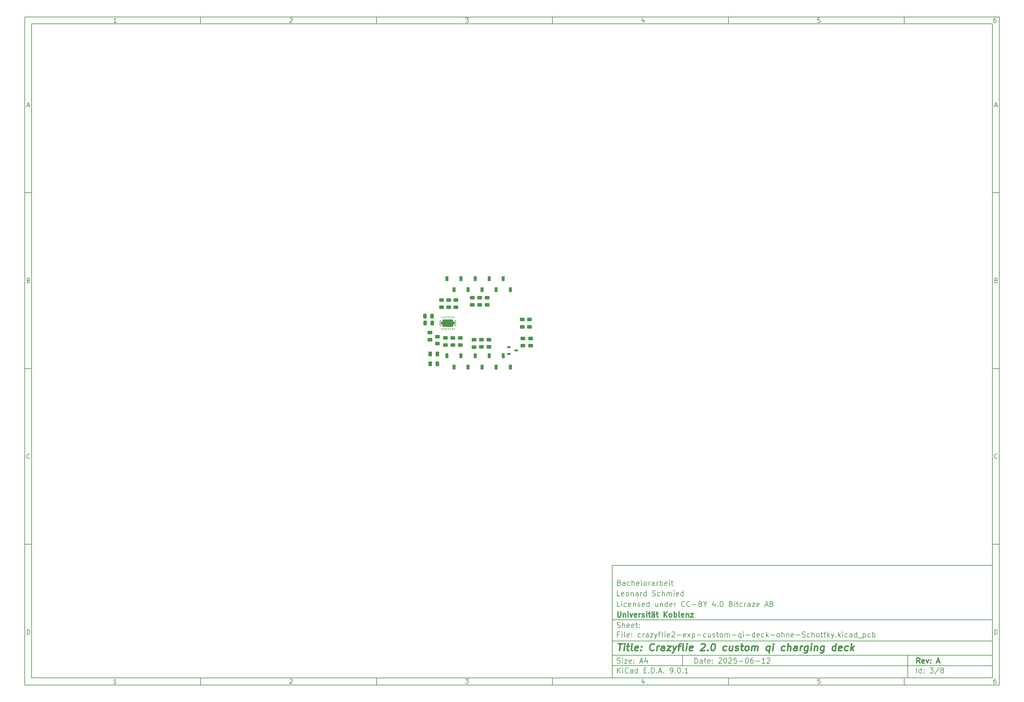
<source format=gtp>
%TF.GenerationSoftware,KiCad,Pcbnew,9.0.1*%
%TF.CreationDate,2025-07-31T18:48:44+02:00*%
%TF.ProjectId,crazyflie2-exp-custom-qi-deck-ohne-Schottky,6372617a-7966-46c6-9965-322d6578702d,A*%
%TF.SameCoordinates,Original*%
%TF.FileFunction,Paste,Top*%
%TF.FilePolarity,Positive*%
%FSLAX46Y46*%
G04 Gerber Fmt 4.6, Leading zero omitted, Abs format (unit mm)*
G04 Created by KiCad (PCBNEW 9.0.1) date 2025-07-31 18:48:44*
%MOMM*%
%LPD*%
G01*
G04 APERTURE LIST*
G04 Aperture macros list*
%AMRoundRect*
0 Rectangle with rounded corners*
0 $1 Rounding radius*
0 $2 $3 $4 $5 $6 $7 $8 $9 X,Y pos of 4 corners*
0 Add a 4 corners polygon primitive as box body*
4,1,4,$2,$3,$4,$5,$6,$7,$8,$9,$2,$3,0*
0 Add four circle primitives for the rounded corners*
1,1,$1+$1,$2,$3*
1,1,$1+$1,$4,$5*
1,1,$1+$1,$6,$7*
1,1,$1+$1,$8,$9*
0 Add four rect primitives between the rounded corners*
20,1,$1+$1,$2,$3,$4,$5,0*
20,1,$1+$1,$4,$5,$6,$7,0*
20,1,$1+$1,$6,$7,$8,$9,0*
20,1,$1+$1,$8,$9,$2,$3,0*%
G04 Aperture macros list end*
%ADD10C,0.100000*%
%ADD11C,0.150000*%
%ADD12C,0.300000*%
%ADD13C,0.400000*%
%ADD14C,0.000000*%
%ADD15R,0.899040X1.475040*%
%ADD16RoundRect,0.227300X-0.318220X-0.414220X0.318220X-0.414220X0.318220X0.414220X-0.318220X0.414220X0*%
%ADD17RoundRect,0.227030X-0.438490X0.306490X-0.438490X-0.306490X0.438490X-0.306490X0.438490X0.306490X0*%
%ADD18R,1.139040X0.515040*%
%ADD19RoundRect,0.227300X0.414220X-0.318220X0.414220X0.318220X-0.414220X0.318220X-0.414220X-0.318220X0*%
%ADD20RoundRect,0.227030X0.438490X-0.306490X0.438490X0.306490X-0.438490X0.306490X-0.438490X-0.306490X0*%
%ADD21RoundRect,0.227030X0.306490X0.438490X-0.306490X0.438490X-0.306490X-0.438490X0.306490X-0.438490X0*%
%ADD22RoundRect,0.227300X-0.414220X0.318220X-0.414220X-0.318220X0.414220X-0.318220X0.414220X0.318220X0*%
%ADD23RoundRect,0.048384X-0.239616X0.066816X-0.239616X-0.066816X0.239616X-0.066816X0.239616X0.066816X0*%
%ADD24RoundRect,0.048384X-0.066816X0.239616X-0.066816X-0.239616X0.066816X-0.239616X0.066816X0.239616X0*%
%ADD25RoundRect,0.226748X-0.414772X0.294772X-0.414772X-0.294772X0.414772X-0.294772X0.414772X0.294772X0*%
%ADD26RoundRect,0.227300X0.318220X0.414220X-0.318220X0.414220X-0.318220X-0.414220X0.318220X-0.414220X0*%
G04 APERTURE END LIST*
D10*
D11*
X177002200Y-166007200D02*
X285002200Y-166007200D01*
X285002200Y-198007200D01*
X177002200Y-198007200D01*
X177002200Y-166007200D01*
D10*
D11*
X10000000Y-10000000D02*
X287002200Y-10000000D01*
X287002200Y-200007200D01*
X10000000Y-200007200D01*
X10000000Y-10000000D01*
D10*
D11*
X12000000Y-12000000D02*
X285002200Y-12000000D01*
X285002200Y-198007200D01*
X12000000Y-198007200D01*
X12000000Y-12000000D01*
D10*
D11*
X60000000Y-12000000D02*
X60000000Y-10000000D01*
D10*
D11*
X110000000Y-12000000D02*
X110000000Y-10000000D01*
D10*
D11*
X160000000Y-12000000D02*
X160000000Y-10000000D01*
D10*
D11*
X210000000Y-12000000D02*
X210000000Y-10000000D01*
D10*
D11*
X260000000Y-12000000D02*
X260000000Y-10000000D01*
D10*
D11*
X36089160Y-11593604D02*
X35346303Y-11593604D01*
X35717731Y-11593604D02*
X35717731Y-10293604D01*
X35717731Y-10293604D02*
X35593922Y-10479319D01*
X35593922Y-10479319D02*
X35470112Y-10603128D01*
X35470112Y-10603128D02*
X35346303Y-10665033D01*
D10*
D11*
X85346303Y-10417414D02*
X85408207Y-10355509D01*
X85408207Y-10355509D02*
X85532017Y-10293604D01*
X85532017Y-10293604D02*
X85841541Y-10293604D01*
X85841541Y-10293604D02*
X85965350Y-10355509D01*
X85965350Y-10355509D02*
X86027255Y-10417414D01*
X86027255Y-10417414D02*
X86089160Y-10541223D01*
X86089160Y-10541223D02*
X86089160Y-10665033D01*
X86089160Y-10665033D02*
X86027255Y-10850747D01*
X86027255Y-10850747D02*
X85284398Y-11593604D01*
X85284398Y-11593604D02*
X86089160Y-11593604D01*
D10*
D11*
X135284398Y-10293604D02*
X136089160Y-10293604D01*
X136089160Y-10293604D02*
X135655826Y-10788842D01*
X135655826Y-10788842D02*
X135841541Y-10788842D01*
X135841541Y-10788842D02*
X135965350Y-10850747D01*
X135965350Y-10850747D02*
X136027255Y-10912652D01*
X136027255Y-10912652D02*
X136089160Y-11036461D01*
X136089160Y-11036461D02*
X136089160Y-11345985D01*
X136089160Y-11345985D02*
X136027255Y-11469795D01*
X136027255Y-11469795D02*
X135965350Y-11531700D01*
X135965350Y-11531700D02*
X135841541Y-11593604D01*
X135841541Y-11593604D02*
X135470112Y-11593604D01*
X135470112Y-11593604D02*
X135346303Y-11531700D01*
X135346303Y-11531700D02*
X135284398Y-11469795D01*
D10*
D11*
X185965350Y-10726938D02*
X185965350Y-11593604D01*
X185655826Y-10231700D02*
X185346303Y-11160271D01*
X185346303Y-11160271D02*
X186151064Y-11160271D01*
D10*
D11*
X236027255Y-10293604D02*
X235408207Y-10293604D01*
X235408207Y-10293604D02*
X235346303Y-10912652D01*
X235346303Y-10912652D02*
X235408207Y-10850747D01*
X235408207Y-10850747D02*
X235532017Y-10788842D01*
X235532017Y-10788842D02*
X235841541Y-10788842D01*
X235841541Y-10788842D02*
X235965350Y-10850747D01*
X235965350Y-10850747D02*
X236027255Y-10912652D01*
X236027255Y-10912652D02*
X236089160Y-11036461D01*
X236089160Y-11036461D02*
X236089160Y-11345985D01*
X236089160Y-11345985D02*
X236027255Y-11469795D01*
X236027255Y-11469795D02*
X235965350Y-11531700D01*
X235965350Y-11531700D02*
X235841541Y-11593604D01*
X235841541Y-11593604D02*
X235532017Y-11593604D01*
X235532017Y-11593604D02*
X235408207Y-11531700D01*
X235408207Y-11531700D02*
X235346303Y-11469795D01*
D10*
D11*
X285965350Y-10293604D02*
X285717731Y-10293604D01*
X285717731Y-10293604D02*
X285593922Y-10355509D01*
X285593922Y-10355509D02*
X285532017Y-10417414D01*
X285532017Y-10417414D02*
X285408207Y-10603128D01*
X285408207Y-10603128D02*
X285346303Y-10850747D01*
X285346303Y-10850747D02*
X285346303Y-11345985D01*
X285346303Y-11345985D02*
X285408207Y-11469795D01*
X285408207Y-11469795D02*
X285470112Y-11531700D01*
X285470112Y-11531700D02*
X285593922Y-11593604D01*
X285593922Y-11593604D02*
X285841541Y-11593604D01*
X285841541Y-11593604D02*
X285965350Y-11531700D01*
X285965350Y-11531700D02*
X286027255Y-11469795D01*
X286027255Y-11469795D02*
X286089160Y-11345985D01*
X286089160Y-11345985D02*
X286089160Y-11036461D01*
X286089160Y-11036461D02*
X286027255Y-10912652D01*
X286027255Y-10912652D02*
X285965350Y-10850747D01*
X285965350Y-10850747D02*
X285841541Y-10788842D01*
X285841541Y-10788842D02*
X285593922Y-10788842D01*
X285593922Y-10788842D02*
X285470112Y-10850747D01*
X285470112Y-10850747D02*
X285408207Y-10912652D01*
X285408207Y-10912652D02*
X285346303Y-11036461D01*
D10*
D11*
X60000000Y-198007200D02*
X60000000Y-200007200D01*
D10*
D11*
X110000000Y-198007200D02*
X110000000Y-200007200D01*
D10*
D11*
X160000000Y-198007200D02*
X160000000Y-200007200D01*
D10*
D11*
X210000000Y-198007200D02*
X210000000Y-200007200D01*
D10*
D11*
X260000000Y-198007200D02*
X260000000Y-200007200D01*
D10*
D11*
X36089160Y-199600804D02*
X35346303Y-199600804D01*
X35717731Y-199600804D02*
X35717731Y-198300804D01*
X35717731Y-198300804D02*
X35593922Y-198486519D01*
X35593922Y-198486519D02*
X35470112Y-198610328D01*
X35470112Y-198610328D02*
X35346303Y-198672233D01*
D10*
D11*
X85346303Y-198424614D02*
X85408207Y-198362709D01*
X85408207Y-198362709D02*
X85532017Y-198300804D01*
X85532017Y-198300804D02*
X85841541Y-198300804D01*
X85841541Y-198300804D02*
X85965350Y-198362709D01*
X85965350Y-198362709D02*
X86027255Y-198424614D01*
X86027255Y-198424614D02*
X86089160Y-198548423D01*
X86089160Y-198548423D02*
X86089160Y-198672233D01*
X86089160Y-198672233D02*
X86027255Y-198857947D01*
X86027255Y-198857947D02*
X85284398Y-199600804D01*
X85284398Y-199600804D02*
X86089160Y-199600804D01*
D10*
D11*
X135284398Y-198300804D02*
X136089160Y-198300804D01*
X136089160Y-198300804D02*
X135655826Y-198796042D01*
X135655826Y-198796042D02*
X135841541Y-198796042D01*
X135841541Y-198796042D02*
X135965350Y-198857947D01*
X135965350Y-198857947D02*
X136027255Y-198919852D01*
X136027255Y-198919852D02*
X136089160Y-199043661D01*
X136089160Y-199043661D02*
X136089160Y-199353185D01*
X136089160Y-199353185D02*
X136027255Y-199476995D01*
X136027255Y-199476995D02*
X135965350Y-199538900D01*
X135965350Y-199538900D02*
X135841541Y-199600804D01*
X135841541Y-199600804D02*
X135470112Y-199600804D01*
X135470112Y-199600804D02*
X135346303Y-199538900D01*
X135346303Y-199538900D02*
X135284398Y-199476995D01*
D10*
D11*
X185965350Y-198734138D02*
X185965350Y-199600804D01*
X185655826Y-198238900D02*
X185346303Y-199167471D01*
X185346303Y-199167471D02*
X186151064Y-199167471D01*
D10*
D11*
X236027255Y-198300804D02*
X235408207Y-198300804D01*
X235408207Y-198300804D02*
X235346303Y-198919852D01*
X235346303Y-198919852D02*
X235408207Y-198857947D01*
X235408207Y-198857947D02*
X235532017Y-198796042D01*
X235532017Y-198796042D02*
X235841541Y-198796042D01*
X235841541Y-198796042D02*
X235965350Y-198857947D01*
X235965350Y-198857947D02*
X236027255Y-198919852D01*
X236027255Y-198919852D02*
X236089160Y-199043661D01*
X236089160Y-199043661D02*
X236089160Y-199353185D01*
X236089160Y-199353185D02*
X236027255Y-199476995D01*
X236027255Y-199476995D02*
X235965350Y-199538900D01*
X235965350Y-199538900D02*
X235841541Y-199600804D01*
X235841541Y-199600804D02*
X235532017Y-199600804D01*
X235532017Y-199600804D02*
X235408207Y-199538900D01*
X235408207Y-199538900D02*
X235346303Y-199476995D01*
D10*
D11*
X285965350Y-198300804D02*
X285717731Y-198300804D01*
X285717731Y-198300804D02*
X285593922Y-198362709D01*
X285593922Y-198362709D02*
X285532017Y-198424614D01*
X285532017Y-198424614D02*
X285408207Y-198610328D01*
X285408207Y-198610328D02*
X285346303Y-198857947D01*
X285346303Y-198857947D02*
X285346303Y-199353185D01*
X285346303Y-199353185D02*
X285408207Y-199476995D01*
X285408207Y-199476995D02*
X285470112Y-199538900D01*
X285470112Y-199538900D02*
X285593922Y-199600804D01*
X285593922Y-199600804D02*
X285841541Y-199600804D01*
X285841541Y-199600804D02*
X285965350Y-199538900D01*
X285965350Y-199538900D02*
X286027255Y-199476995D01*
X286027255Y-199476995D02*
X286089160Y-199353185D01*
X286089160Y-199353185D02*
X286089160Y-199043661D01*
X286089160Y-199043661D02*
X286027255Y-198919852D01*
X286027255Y-198919852D02*
X285965350Y-198857947D01*
X285965350Y-198857947D02*
X285841541Y-198796042D01*
X285841541Y-198796042D02*
X285593922Y-198796042D01*
X285593922Y-198796042D02*
X285470112Y-198857947D01*
X285470112Y-198857947D02*
X285408207Y-198919852D01*
X285408207Y-198919852D02*
X285346303Y-199043661D01*
D10*
D11*
X10000000Y-60000000D02*
X12000000Y-60000000D01*
D10*
D11*
X10000000Y-110000000D02*
X12000000Y-110000000D01*
D10*
D11*
X10000000Y-160000000D02*
X12000000Y-160000000D01*
D10*
D11*
X10690476Y-35222176D02*
X11309523Y-35222176D01*
X10566666Y-35593604D02*
X10999999Y-34293604D01*
X10999999Y-34293604D02*
X11433333Y-35593604D01*
D10*
D11*
X11092857Y-84912652D02*
X11278571Y-84974557D01*
X11278571Y-84974557D02*
X11340476Y-85036461D01*
X11340476Y-85036461D02*
X11402380Y-85160271D01*
X11402380Y-85160271D02*
X11402380Y-85345985D01*
X11402380Y-85345985D02*
X11340476Y-85469795D01*
X11340476Y-85469795D02*
X11278571Y-85531700D01*
X11278571Y-85531700D02*
X11154761Y-85593604D01*
X11154761Y-85593604D02*
X10659523Y-85593604D01*
X10659523Y-85593604D02*
X10659523Y-84293604D01*
X10659523Y-84293604D02*
X11092857Y-84293604D01*
X11092857Y-84293604D02*
X11216666Y-84355509D01*
X11216666Y-84355509D02*
X11278571Y-84417414D01*
X11278571Y-84417414D02*
X11340476Y-84541223D01*
X11340476Y-84541223D02*
X11340476Y-84665033D01*
X11340476Y-84665033D02*
X11278571Y-84788842D01*
X11278571Y-84788842D02*
X11216666Y-84850747D01*
X11216666Y-84850747D02*
X11092857Y-84912652D01*
X11092857Y-84912652D02*
X10659523Y-84912652D01*
D10*
D11*
X11402380Y-135469795D02*
X11340476Y-135531700D01*
X11340476Y-135531700D02*
X11154761Y-135593604D01*
X11154761Y-135593604D02*
X11030952Y-135593604D01*
X11030952Y-135593604D02*
X10845238Y-135531700D01*
X10845238Y-135531700D02*
X10721428Y-135407890D01*
X10721428Y-135407890D02*
X10659523Y-135284080D01*
X10659523Y-135284080D02*
X10597619Y-135036461D01*
X10597619Y-135036461D02*
X10597619Y-134850747D01*
X10597619Y-134850747D02*
X10659523Y-134603128D01*
X10659523Y-134603128D02*
X10721428Y-134479319D01*
X10721428Y-134479319D02*
X10845238Y-134355509D01*
X10845238Y-134355509D02*
X11030952Y-134293604D01*
X11030952Y-134293604D02*
X11154761Y-134293604D01*
X11154761Y-134293604D02*
X11340476Y-134355509D01*
X11340476Y-134355509D02*
X11402380Y-134417414D01*
D10*
D11*
X10659523Y-185593604D02*
X10659523Y-184293604D01*
X10659523Y-184293604D02*
X10969047Y-184293604D01*
X10969047Y-184293604D02*
X11154761Y-184355509D01*
X11154761Y-184355509D02*
X11278571Y-184479319D01*
X11278571Y-184479319D02*
X11340476Y-184603128D01*
X11340476Y-184603128D02*
X11402380Y-184850747D01*
X11402380Y-184850747D02*
X11402380Y-185036461D01*
X11402380Y-185036461D02*
X11340476Y-185284080D01*
X11340476Y-185284080D02*
X11278571Y-185407890D01*
X11278571Y-185407890D02*
X11154761Y-185531700D01*
X11154761Y-185531700D02*
X10969047Y-185593604D01*
X10969047Y-185593604D02*
X10659523Y-185593604D01*
D10*
D11*
X287002200Y-60000000D02*
X285002200Y-60000000D01*
D10*
D11*
X287002200Y-110000000D02*
X285002200Y-110000000D01*
D10*
D11*
X287002200Y-160000000D02*
X285002200Y-160000000D01*
D10*
D11*
X285692676Y-35222176D02*
X286311723Y-35222176D01*
X285568866Y-35593604D02*
X286002199Y-34293604D01*
X286002199Y-34293604D02*
X286435533Y-35593604D01*
D10*
D11*
X286095057Y-84912652D02*
X286280771Y-84974557D01*
X286280771Y-84974557D02*
X286342676Y-85036461D01*
X286342676Y-85036461D02*
X286404580Y-85160271D01*
X286404580Y-85160271D02*
X286404580Y-85345985D01*
X286404580Y-85345985D02*
X286342676Y-85469795D01*
X286342676Y-85469795D02*
X286280771Y-85531700D01*
X286280771Y-85531700D02*
X286156961Y-85593604D01*
X286156961Y-85593604D02*
X285661723Y-85593604D01*
X285661723Y-85593604D02*
X285661723Y-84293604D01*
X285661723Y-84293604D02*
X286095057Y-84293604D01*
X286095057Y-84293604D02*
X286218866Y-84355509D01*
X286218866Y-84355509D02*
X286280771Y-84417414D01*
X286280771Y-84417414D02*
X286342676Y-84541223D01*
X286342676Y-84541223D02*
X286342676Y-84665033D01*
X286342676Y-84665033D02*
X286280771Y-84788842D01*
X286280771Y-84788842D02*
X286218866Y-84850747D01*
X286218866Y-84850747D02*
X286095057Y-84912652D01*
X286095057Y-84912652D02*
X285661723Y-84912652D01*
D10*
D11*
X286404580Y-135469795D02*
X286342676Y-135531700D01*
X286342676Y-135531700D02*
X286156961Y-135593604D01*
X286156961Y-135593604D02*
X286033152Y-135593604D01*
X286033152Y-135593604D02*
X285847438Y-135531700D01*
X285847438Y-135531700D02*
X285723628Y-135407890D01*
X285723628Y-135407890D02*
X285661723Y-135284080D01*
X285661723Y-135284080D02*
X285599819Y-135036461D01*
X285599819Y-135036461D02*
X285599819Y-134850747D01*
X285599819Y-134850747D02*
X285661723Y-134603128D01*
X285661723Y-134603128D02*
X285723628Y-134479319D01*
X285723628Y-134479319D02*
X285847438Y-134355509D01*
X285847438Y-134355509D02*
X286033152Y-134293604D01*
X286033152Y-134293604D02*
X286156961Y-134293604D01*
X286156961Y-134293604D02*
X286342676Y-134355509D01*
X286342676Y-134355509D02*
X286404580Y-134417414D01*
D10*
D11*
X285661723Y-185593604D02*
X285661723Y-184293604D01*
X285661723Y-184293604D02*
X285971247Y-184293604D01*
X285971247Y-184293604D02*
X286156961Y-184355509D01*
X286156961Y-184355509D02*
X286280771Y-184479319D01*
X286280771Y-184479319D02*
X286342676Y-184603128D01*
X286342676Y-184603128D02*
X286404580Y-184850747D01*
X286404580Y-184850747D02*
X286404580Y-185036461D01*
X286404580Y-185036461D02*
X286342676Y-185284080D01*
X286342676Y-185284080D02*
X286280771Y-185407890D01*
X286280771Y-185407890D02*
X286156961Y-185531700D01*
X286156961Y-185531700D02*
X285971247Y-185593604D01*
X285971247Y-185593604D02*
X285661723Y-185593604D01*
D10*
D11*
X200458026Y-193793328D02*
X200458026Y-192293328D01*
X200458026Y-192293328D02*
X200815169Y-192293328D01*
X200815169Y-192293328D02*
X201029455Y-192364757D01*
X201029455Y-192364757D02*
X201172312Y-192507614D01*
X201172312Y-192507614D02*
X201243741Y-192650471D01*
X201243741Y-192650471D02*
X201315169Y-192936185D01*
X201315169Y-192936185D02*
X201315169Y-193150471D01*
X201315169Y-193150471D02*
X201243741Y-193436185D01*
X201243741Y-193436185D02*
X201172312Y-193579042D01*
X201172312Y-193579042D02*
X201029455Y-193721900D01*
X201029455Y-193721900D02*
X200815169Y-193793328D01*
X200815169Y-193793328D02*
X200458026Y-193793328D01*
X202600884Y-193793328D02*
X202600884Y-193007614D01*
X202600884Y-193007614D02*
X202529455Y-192864757D01*
X202529455Y-192864757D02*
X202386598Y-192793328D01*
X202386598Y-192793328D02*
X202100884Y-192793328D01*
X202100884Y-192793328D02*
X201958026Y-192864757D01*
X202600884Y-193721900D02*
X202458026Y-193793328D01*
X202458026Y-193793328D02*
X202100884Y-193793328D01*
X202100884Y-193793328D02*
X201958026Y-193721900D01*
X201958026Y-193721900D02*
X201886598Y-193579042D01*
X201886598Y-193579042D02*
X201886598Y-193436185D01*
X201886598Y-193436185D02*
X201958026Y-193293328D01*
X201958026Y-193293328D02*
X202100884Y-193221900D01*
X202100884Y-193221900D02*
X202458026Y-193221900D01*
X202458026Y-193221900D02*
X202600884Y-193150471D01*
X203100884Y-192793328D02*
X203672312Y-192793328D01*
X203315169Y-192293328D02*
X203315169Y-193579042D01*
X203315169Y-193579042D02*
X203386598Y-193721900D01*
X203386598Y-193721900D02*
X203529455Y-193793328D01*
X203529455Y-193793328D02*
X203672312Y-193793328D01*
X204743741Y-193721900D02*
X204600884Y-193793328D01*
X204600884Y-193793328D02*
X204315170Y-193793328D01*
X204315170Y-193793328D02*
X204172312Y-193721900D01*
X204172312Y-193721900D02*
X204100884Y-193579042D01*
X204100884Y-193579042D02*
X204100884Y-193007614D01*
X204100884Y-193007614D02*
X204172312Y-192864757D01*
X204172312Y-192864757D02*
X204315170Y-192793328D01*
X204315170Y-192793328D02*
X204600884Y-192793328D01*
X204600884Y-192793328D02*
X204743741Y-192864757D01*
X204743741Y-192864757D02*
X204815170Y-193007614D01*
X204815170Y-193007614D02*
X204815170Y-193150471D01*
X204815170Y-193150471D02*
X204100884Y-193293328D01*
X205458026Y-193650471D02*
X205529455Y-193721900D01*
X205529455Y-193721900D02*
X205458026Y-193793328D01*
X205458026Y-193793328D02*
X205386598Y-193721900D01*
X205386598Y-193721900D02*
X205458026Y-193650471D01*
X205458026Y-193650471D02*
X205458026Y-193793328D01*
X205458026Y-192864757D02*
X205529455Y-192936185D01*
X205529455Y-192936185D02*
X205458026Y-193007614D01*
X205458026Y-193007614D02*
X205386598Y-192936185D01*
X205386598Y-192936185D02*
X205458026Y-192864757D01*
X205458026Y-192864757D02*
X205458026Y-193007614D01*
X207243741Y-192436185D02*
X207315169Y-192364757D01*
X207315169Y-192364757D02*
X207458027Y-192293328D01*
X207458027Y-192293328D02*
X207815169Y-192293328D01*
X207815169Y-192293328D02*
X207958027Y-192364757D01*
X207958027Y-192364757D02*
X208029455Y-192436185D01*
X208029455Y-192436185D02*
X208100884Y-192579042D01*
X208100884Y-192579042D02*
X208100884Y-192721900D01*
X208100884Y-192721900D02*
X208029455Y-192936185D01*
X208029455Y-192936185D02*
X207172312Y-193793328D01*
X207172312Y-193793328D02*
X208100884Y-193793328D01*
X209029455Y-192293328D02*
X209172312Y-192293328D01*
X209172312Y-192293328D02*
X209315169Y-192364757D01*
X209315169Y-192364757D02*
X209386598Y-192436185D01*
X209386598Y-192436185D02*
X209458026Y-192579042D01*
X209458026Y-192579042D02*
X209529455Y-192864757D01*
X209529455Y-192864757D02*
X209529455Y-193221900D01*
X209529455Y-193221900D02*
X209458026Y-193507614D01*
X209458026Y-193507614D02*
X209386598Y-193650471D01*
X209386598Y-193650471D02*
X209315169Y-193721900D01*
X209315169Y-193721900D02*
X209172312Y-193793328D01*
X209172312Y-193793328D02*
X209029455Y-193793328D01*
X209029455Y-193793328D02*
X208886598Y-193721900D01*
X208886598Y-193721900D02*
X208815169Y-193650471D01*
X208815169Y-193650471D02*
X208743740Y-193507614D01*
X208743740Y-193507614D02*
X208672312Y-193221900D01*
X208672312Y-193221900D02*
X208672312Y-192864757D01*
X208672312Y-192864757D02*
X208743740Y-192579042D01*
X208743740Y-192579042D02*
X208815169Y-192436185D01*
X208815169Y-192436185D02*
X208886598Y-192364757D01*
X208886598Y-192364757D02*
X209029455Y-192293328D01*
X210100883Y-192436185D02*
X210172311Y-192364757D01*
X210172311Y-192364757D02*
X210315169Y-192293328D01*
X210315169Y-192293328D02*
X210672311Y-192293328D01*
X210672311Y-192293328D02*
X210815169Y-192364757D01*
X210815169Y-192364757D02*
X210886597Y-192436185D01*
X210886597Y-192436185D02*
X210958026Y-192579042D01*
X210958026Y-192579042D02*
X210958026Y-192721900D01*
X210958026Y-192721900D02*
X210886597Y-192936185D01*
X210886597Y-192936185D02*
X210029454Y-193793328D01*
X210029454Y-193793328D02*
X210958026Y-193793328D01*
X212315168Y-192293328D02*
X211600882Y-192293328D01*
X211600882Y-192293328D02*
X211529454Y-193007614D01*
X211529454Y-193007614D02*
X211600882Y-192936185D01*
X211600882Y-192936185D02*
X211743740Y-192864757D01*
X211743740Y-192864757D02*
X212100882Y-192864757D01*
X212100882Y-192864757D02*
X212243740Y-192936185D01*
X212243740Y-192936185D02*
X212315168Y-193007614D01*
X212315168Y-193007614D02*
X212386597Y-193150471D01*
X212386597Y-193150471D02*
X212386597Y-193507614D01*
X212386597Y-193507614D02*
X212315168Y-193650471D01*
X212315168Y-193650471D02*
X212243740Y-193721900D01*
X212243740Y-193721900D02*
X212100882Y-193793328D01*
X212100882Y-193793328D02*
X211743740Y-193793328D01*
X211743740Y-193793328D02*
X211600882Y-193721900D01*
X211600882Y-193721900D02*
X211529454Y-193650471D01*
X213029453Y-193221900D02*
X214172311Y-193221900D01*
X215172311Y-192293328D02*
X215315168Y-192293328D01*
X215315168Y-192293328D02*
X215458025Y-192364757D01*
X215458025Y-192364757D02*
X215529454Y-192436185D01*
X215529454Y-192436185D02*
X215600882Y-192579042D01*
X215600882Y-192579042D02*
X215672311Y-192864757D01*
X215672311Y-192864757D02*
X215672311Y-193221900D01*
X215672311Y-193221900D02*
X215600882Y-193507614D01*
X215600882Y-193507614D02*
X215529454Y-193650471D01*
X215529454Y-193650471D02*
X215458025Y-193721900D01*
X215458025Y-193721900D02*
X215315168Y-193793328D01*
X215315168Y-193793328D02*
X215172311Y-193793328D01*
X215172311Y-193793328D02*
X215029454Y-193721900D01*
X215029454Y-193721900D02*
X214958025Y-193650471D01*
X214958025Y-193650471D02*
X214886596Y-193507614D01*
X214886596Y-193507614D02*
X214815168Y-193221900D01*
X214815168Y-193221900D02*
X214815168Y-192864757D01*
X214815168Y-192864757D02*
X214886596Y-192579042D01*
X214886596Y-192579042D02*
X214958025Y-192436185D01*
X214958025Y-192436185D02*
X215029454Y-192364757D01*
X215029454Y-192364757D02*
X215172311Y-192293328D01*
X216958025Y-192293328D02*
X216672310Y-192293328D01*
X216672310Y-192293328D02*
X216529453Y-192364757D01*
X216529453Y-192364757D02*
X216458025Y-192436185D01*
X216458025Y-192436185D02*
X216315167Y-192650471D01*
X216315167Y-192650471D02*
X216243739Y-192936185D01*
X216243739Y-192936185D02*
X216243739Y-193507614D01*
X216243739Y-193507614D02*
X216315167Y-193650471D01*
X216315167Y-193650471D02*
X216386596Y-193721900D01*
X216386596Y-193721900D02*
X216529453Y-193793328D01*
X216529453Y-193793328D02*
X216815167Y-193793328D01*
X216815167Y-193793328D02*
X216958025Y-193721900D01*
X216958025Y-193721900D02*
X217029453Y-193650471D01*
X217029453Y-193650471D02*
X217100882Y-193507614D01*
X217100882Y-193507614D02*
X217100882Y-193150471D01*
X217100882Y-193150471D02*
X217029453Y-193007614D01*
X217029453Y-193007614D02*
X216958025Y-192936185D01*
X216958025Y-192936185D02*
X216815167Y-192864757D01*
X216815167Y-192864757D02*
X216529453Y-192864757D01*
X216529453Y-192864757D02*
X216386596Y-192936185D01*
X216386596Y-192936185D02*
X216315167Y-193007614D01*
X216315167Y-193007614D02*
X216243739Y-193150471D01*
X217743738Y-193221900D02*
X218886596Y-193221900D01*
X220386596Y-193793328D02*
X219529453Y-193793328D01*
X219958024Y-193793328D02*
X219958024Y-192293328D01*
X219958024Y-192293328D02*
X219815167Y-192507614D01*
X219815167Y-192507614D02*
X219672310Y-192650471D01*
X219672310Y-192650471D02*
X219529453Y-192721900D01*
X220958024Y-192436185D02*
X221029452Y-192364757D01*
X221029452Y-192364757D02*
X221172310Y-192293328D01*
X221172310Y-192293328D02*
X221529452Y-192293328D01*
X221529452Y-192293328D02*
X221672310Y-192364757D01*
X221672310Y-192364757D02*
X221743738Y-192436185D01*
X221743738Y-192436185D02*
X221815167Y-192579042D01*
X221815167Y-192579042D02*
X221815167Y-192721900D01*
X221815167Y-192721900D02*
X221743738Y-192936185D01*
X221743738Y-192936185D02*
X220886595Y-193793328D01*
X220886595Y-193793328D02*
X221815167Y-193793328D01*
D10*
D11*
X177002200Y-194507200D02*
X285002200Y-194507200D01*
D10*
D11*
X178458026Y-196593328D02*
X178458026Y-195093328D01*
X179315169Y-196593328D02*
X178672312Y-195736185D01*
X179315169Y-195093328D02*
X178458026Y-195950471D01*
X179958026Y-196593328D02*
X179958026Y-195593328D01*
X179958026Y-195093328D02*
X179886598Y-195164757D01*
X179886598Y-195164757D02*
X179958026Y-195236185D01*
X179958026Y-195236185D02*
X180029455Y-195164757D01*
X180029455Y-195164757D02*
X179958026Y-195093328D01*
X179958026Y-195093328D02*
X179958026Y-195236185D01*
X181529455Y-196450471D02*
X181458027Y-196521900D01*
X181458027Y-196521900D02*
X181243741Y-196593328D01*
X181243741Y-196593328D02*
X181100884Y-196593328D01*
X181100884Y-196593328D02*
X180886598Y-196521900D01*
X180886598Y-196521900D02*
X180743741Y-196379042D01*
X180743741Y-196379042D02*
X180672312Y-196236185D01*
X180672312Y-196236185D02*
X180600884Y-195950471D01*
X180600884Y-195950471D02*
X180600884Y-195736185D01*
X180600884Y-195736185D02*
X180672312Y-195450471D01*
X180672312Y-195450471D02*
X180743741Y-195307614D01*
X180743741Y-195307614D02*
X180886598Y-195164757D01*
X180886598Y-195164757D02*
X181100884Y-195093328D01*
X181100884Y-195093328D02*
X181243741Y-195093328D01*
X181243741Y-195093328D02*
X181458027Y-195164757D01*
X181458027Y-195164757D02*
X181529455Y-195236185D01*
X182815170Y-196593328D02*
X182815170Y-195807614D01*
X182815170Y-195807614D02*
X182743741Y-195664757D01*
X182743741Y-195664757D02*
X182600884Y-195593328D01*
X182600884Y-195593328D02*
X182315170Y-195593328D01*
X182315170Y-195593328D02*
X182172312Y-195664757D01*
X182815170Y-196521900D02*
X182672312Y-196593328D01*
X182672312Y-196593328D02*
X182315170Y-196593328D01*
X182315170Y-196593328D02*
X182172312Y-196521900D01*
X182172312Y-196521900D02*
X182100884Y-196379042D01*
X182100884Y-196379042D02*
X182100884Y-196236185D01*
X182100884Y-196236185D02*
X182172312Y-196093328D01*
X182172312Y-196093328D02*
X182315170Y-196021900D01*
X182315170Y-196021900D02*
X182672312Y-196021900D01*
X182672312Y-196021900D02*
X182815170Y-195950471D01*
X184172313Y-196593328D02*
X184172313Y-195093328D01*
X184172313Y-196521900D02*
X184029455Y-196593328D01*
X184029455Y-196593328D02*
X183743741Y-196593328D01*
X183743741Y-196593328D02*
X183600884Y-196521900D01*
X183600884Y-196521900D02*
X183529455Y-196450471D01*
X183529455Y-196450471D02*
X183458027Y-196307614D01*
X183458027Y-196307614D02*
X183458027Y-195879042D01*
X183458027Y-195879042D02*
X183529455Y-195736185D01*
X183529455Y-195736185D02*
X183600884Y-195664757D01*
X183600884Y-195664757D02*
X183743741Y-195593328D01*
X183743741Y-195593328D02*
X184029455Y-195593328D01*
X184029455Y-195593328D02*
X184172313Y-195664757D01*
X186029455Y-195807614D02*
X186529455Y-195807614D01*
X186743741Y-196593328D02*
X186029455Y-196593328D01*
X186029455Y-196593328D02*
X186029455Y-195093328D01*
X186029455Y-195093328D02*
X186743741Y-195093328D01*
X187386598Y-196450471D02*
X187458027Y-196521900D01*
X187458027Y-196521900D02*
X187386598Y-196593328D01*
X187386598Y-196593328D02*
X187315170Y-196521900D01*
X187315170Y-196521900D02*
X187386598Y-196450471D01*
X187386598Y-196450471D02*
X187386598Y-196593328D01*
X188100884Y-196593328D02*
X188100884Y-195093328D01*
X188100884Y-195093328D02*
X188458027Y-195093328D01*
X188458027Y-195093328D02*
X188672313Y-195164757D01*
X188672313Y-195164757D02*
X188815170Y-195307614D01*
X188815170Y-195307614D02*
X188886599Y-195450471D01*
X188886599Y-195450471D02*
X188958027Y-195736185D01*
X188958027Y-195736185D02*
X188958027Y-195950471D01*
X188958027Y-195950471D02*
X188886599Y-196236185D01*
X188886599Y-196236185D02*
X188815170Y-196379042D01*
X188815170Y-196379042D02*
X188672313Y-196521900D01*
X188672313Y-196521900D02*
X188458027Y-196593328D01*
X188458027Y-196593328D02*
X188100884Y-196593328D01*
X189600884Y-196450471D02*
X189672313Y-196521900D01*
X189672313Y-196521900D02*
X189600884Y-196593328D01*
X189600884Y-196593328D02*
X189529456Y-196521900D01*
X189529456Y-196521900D02*
X189600884Y-196450471D01*
X189600884Y-196450471D02*
X189600884Y-196593328D01*
X190243742Y-196164757D02*
X190958028Y-196164757D01*
X190100885Y-196593328D02*
X190600885Y-195093328D01*
X190600885Y-195093328D02*
X191100885Y-196593328D01*
X191600884Y-196450471D02*
X191672313Y-196521900D01*
X191672313Y-196521900D02*
X191600884Y-196593328D01*
X191600884Y-196593328D02*
X191529456Y-196521900D01*
X191529456Y-196521900D02*
X191600884Y-196450471D01*
X191600884Y-196450471D02*
X191600884Y-196593328D01*
X193529456Y-196593328D02*
X193815170Y-196593328D01*
X193815170Y-196593328D02*
X193958027Y-196521900D01*
X193958027Y-196521900D02*
X194029456Y-196450471D01*
X194029456Y-196450471D02*
X194172313Y-196236185D01*
X194172313Y-196236185D02*
X194243742Y-195950471D01*
X194243742Y-195950471D02*
X194243742Y-195379042D01*
X194243742Y-195379042D02*
X194172313Y-195236185D01*
X194172313Y-195236185D02*
X194100885Y-195164757D01*
X194100885Y-195164757D02*
X193958027Y-195093328D01*
X193958027Y-195093328D02*
X193672313Y-195093328D01*
X193672313Y-195093328D02*
X193529456Y-195164757D01*
X193529456Y-195164757D02*
X193458027Y-195236185D01*
X193458027Y-195236185D02*
X193386599Y-195379042D01*
X193386599Y-195379042D02*
X193386599Y-195736185D01*
X193386599Y-195736185D02*
X193458027Y-195879042D01*
X193458027Y-195879042D02*
X193529456Y-195950471D01*
X193529456Y-195950471D02*
X193672313Y-196021900D01*
X193672313Y-196021900D02*
X193958027Y-196021900D01*
X193958027Y-196021900D02*
X194100885Y-195950471D01*
X194100885Y-195950471D02*
X194172313Y-195879042D01*
X194172313Y-195879042D02*
X194243742Y-195736185D01*
X194886598Y-196450471D02*
X194958027Y-196521900D01*
X194958027Y-196521900D02*
X194886598Y-196593328D01*
X194886598Y-196593328D02*
X194815170Y-196521900D01*
X194815170Y-196521900D02*
X194886598Y-196450471D01*
X194886598Y-196450471D02*
X194886598Y-196593328D01*
X195886599Y-195093328D02*
X196029456Y-195093328D01*
X196029456Y-195093328D02*
X196172313Y-195164757D01*
X196172313Y-195164757D02*
X196243742Y-195236185D01*
X196243742Y-195236185D02*
X196315170Y-195379042D01*
X196315170Y-195379042D02*
X196386599Y-195664757D01*
X196386599Y-195664757D02*
X196386599Y-196021900D01*
X196386599Y-196021900D02*
X196315170Y-196307614D01*
X196315170Y-196307614D02*
X196243742Y-196450471D01*
X196243742Y-196450471D02*
X196172313Y-196521900D01*
X196172313Y-196521900D02*
X196029456Y-196593328D01*
X196029456Y-196593328D02*
X195886599Y-196593328D01*
X195886599Y-196593328D02*
X195743742Y-196521900D01*
X195743742Y-196521900D02*
X195672313Y-196450471D01*
X195672313Y-196450471D02*
X195600884Y-196307614D01*
X195600884Y-196307614D02*
X195529456Y-196021900D01*
X195529456Y-196021900D02*
X195529456Y-195664757D01*
X195529456Y-195664757D02*
X195600884Y-195379042D01*
X195600884Y-195379042D02*
X195672313Y-195236185D01*
X195672313Y-195236185D02*
X195743742Y-195164757D01*
X195743742Y-195164757D02*
X195886599Y-195093328D01*
X197029455Y-196450471D02*
X197100884Y-196521900D01*
X197100884Y-196521900D02*
X197029455Y-196593328D01*
X197029455Y-196593328D02*
X196958027Y-196521900D01*
X196958027Y-196521900D02*
X197029455Y-196450471D01*
X197029455Y-196450471D02*
X197029455Y-196593328D01*
X198529456Y-196593328D02*
X197672313Y-196593328D01*
X198100884Y-196593328D02*
X198100884Y-195093328D01*
X198100884Y-195093328D02*
X197958027Y-195307614D01*
X197958027Y-195307614D02*
X197815170Y-195450471D01*
X197815170Y-195450471D02*
X197672313Y-195521900D01*
D10*
D11*
X177002200Y-191507200D02*
X285002200Y-191507200D01*
D10*
D12*
X264413853Y-193785528D02*
X263913853Y-193071242D01*
X263556710Y-193785528D02*
X263556710Y-192285528D01*
X263556710Y-192285528D02*
X264128139Y-192285528D01*
X264128139Y-192285528D02*
X264270996Y-192356957D01*
X264270996Y-192356957D02*
X264342425Y-192428385D01*
X264342425Y-192428385D02*
X264413853Y-192571242D01*
X264413853Y-192571242D02*
X264413853Y-192785528D01*
X264413853Y-192785528D02*
X264342425Y-192928385D01*
X264342425Y-192928385D02*
X264270996Y-192999814D01*
X264270996Y-192999814D02*
X264128139Y-193071242D01*
X264128139Y-193071242D02*
X263556710Y-193071242D01*
X265628139Y-193714100D02*
X265485282Y-193785528D01*
X265485282Y-193785528D02*
X265199568Y-193785528D01*
X265199568Y-193785528D02*
X265056710Y-193714100D01*
X265056710Y-193714100D02*
X264985282Y-193571242D01*
X264985282Y-193571242D02*
X264985282Y-192999814D01*
X264985282Y-192999814D02*
X265056710Y-192856957D01*
X265056710Y-192856957D02*
X265199568Y-192785528D01*
X265199568Y-192785528D02*
X265485282Y-192785528D01*
X265485282Y-192785528D02*
X265628139Y-192856957D01*
X265628139Y-192856957D02*
X265699568Y-192999814D01*
X265699568Y-192999814D02*
X265699568Y-193142671D01*
X265699568Y-193142671D02*
X264985282Y-193285528D01*
X266199567Y-192785528D02*
X266556710Y-193785528D01*
X266556710Y-193785528D02*
X266913853Y-192785528D01*
X267485281Y-193642671D02*
X267556710Y-193714100D01*
X267556710Y-193714100D02*
X267485281Y-193785528D01*
X267485281Y-193785528D02*
X267413853Y-193714100D01*
X267413853Y-193714100D02*
X267485281Y-193642671D01*
X267485281Y-193642671D02*
X267485281Y-193785528D01*
X267485281Y-192856957D02*
X267556710Y-192928385D01*
X267556710Y-192928385D02*
X267485281Y-192999814D01*
X267485281Y-192999814D02*
X267413853Y-192928385D01*
X267413853Y-192928385D02*
X267485281Y-192856957D01*
X267485281Y-192856957D02*
X267485281Y-192999814D01*
X269270996Y-193356957D02*
X269985282Y-193356957D01*
X269128139Y-193785528D02*
X269628139Y-192285528D01*
X269628139Y-192285528D02*
X270128139Y-193785528D01*
D10*
D11*
X178386598Y-193721900D02*
X178600884Y-193793328D01*
X178600884Y-193793328D02*
X178958026Y-193793328D01*
X178958026Y-193793328D02*
X179100884Y-193721900D01*
X179100884Y-193721900D02*
X179172312Y-193650471D01*
X179172312Y-193650471D02*
X179243741Y-193507614D01*
X179243741Y-193507614D02*
X179243741Y-193364757D01*
X179243741Y-193364757D02*
X179172312Y-193221900D01*
X179172312Y-193221900D02*
X179100884Y-193150471D01*
X179100884Y-193150471D02*
X178958026Y-193079042D01*
X178958026Y-193079042D02*
X178672312Y-193007614D01*
X178672312Y-193007614D02*
X178529455Y-192936185D01*
X178529455Y-192936185D02*
X178458026Y-192864757D01*
X178458026Y-192864757D02*
X178386598Y-192721900D01*
X178386598Y-192721900D02*
X178386598Y-192579042D01*
X178386598Y-192579042D02*
X178458026Y-192436185D01*
X178458026Y-192436185D02*
X178529455Y-192364757D01*
X178529455Y-192364757D02*
X178672312Y-192293328D01*
X178672312Y-192293328D02*
X179029455Y-192293328D01*
X179029455Y-192293328D02*
X179243741Y-192364757D01*
X179886597Y-193793328D02*
X179886597Y-192793328D01*
X179886597Y-192293328D02*
X179815169Y-192364757D01*
X179815169Y-192364757D02*
X179886597Y-192436185D01*
X179886597Y-192436185D02*
X179958026Y-192364757D01*
X179958026Y-192364757D02*
X179886597Y-192293328D01*
X179886597Y-192293328D02*
X179886597Y-192436185D01*
X180458026Y-192793328D02*
X181243741Y-192793328D01*
X181243741Y-192793328D02*
X180458026Y-193793328D01*
X180458026Y-193793328D02*
X181243741Y-193793328D01*
X182386598Y-193721900D02*
X182243741Y-193793328D01*
X182243741Y-193793328D02*
X181958027Y-193793328D01*
X181958027Y-193793328D02*
X181815169Y-193721900D01*
X181815169Y-193721900D02*
X181743741Y-193579042D01*
X181743741Y-193579042D02*
X181743741Y-193007614D01*
X181743741Y-193007614D02*
X181815169Y-192864757D01*
X181815169Y-192864757D02*
X181958027Y-192793328D01*
X181958027Y-192793328D02*
X182243741Y-192793328D01*
X182243741Y-192793328D02*
X182386598Y-192864757D01*
X182386598Y-192864757D02*
X182458027Y-193007614D01*
X182458027Y-193007614D02*
X182458027Y-193150471D01*
X182458027Y-193150471D02*
X181743741Y-193293328D01*
X183100883Y-193650471D02*
X183172312Y-193721900D01*
X183172312Y-193721900D02*
X183100883Y-193793328D01*
X183100883Y-193793328D02*
X183029455Y-193721900D01*
X183029455Y-193721900D02*
X183100883Y-193650471D01*
X183100883Y-193650471D02*
X183100883Y-193793328D01*
X183100883Y-192864757D02*
X183172312Y-192936185D01*
X183172312Y-192936185D02*
X183100883Y-193007614D01*
X183100883Y-193007614D02*
X183029455Y-192936185D01*
X183029455Y-192936185D02*
X183100883Y-192864757D01*
X183100883Y-192864757D02*
X183100883Y-193007614D01*
X184886598Y-193364757D02*
X185600884Y-193364757D01*
X184743741Y-193793328D02*
X185243741Y-192293328D01*
X185243741Y-192293328D02*
X185743741Y-193793328D01*
X186886598Y-192793328D02*
X186886598Y-193793328D01*
X186529455Y-192221900D02*
X186172312Y-193293328D01*
X186172312Y-193293328D02*
X187100883Y-193293328D01*
D10*
D11*
X263458026Y-196593328D02*
X263458026Y-195093328D01*
X264815170Y-196593328D02*
X264815170Y-195093328D01*
X264815170Y-196521900D02*
X264672312Y-196593328D01*
X264672312Y-196593328D02*
X264386598Y-196593328D01*
X264386598Y-196593328D02*
X264243741Y-196521900D01*
X264243741Y-196521900D02*
X264172312Y-196450471D01*
X264172312Y-196450471D02*
X264100884Y-196307614D01*
X264100884Y-196307614D02*
X264100884Y-195879042D01*
X264100884Y-195879042D02*
X264172312Y-195736185D01*
X264172312Y-195736185D02*
X264243741Y-195664757D01*
X264243741Y-195664757D02*
X264386598Y-195593328D01*
X264386598Y-195593328D02*
X264672312Y-195593328D01*
X264672312Y-195593328D02*
X264815170Y-195664757D01*
X265529455Y-196450471D02*
X265600884Y-196521900D01*
X265600884Y-196521900D02*
X265529455Y-196593328D01*
X265529455Y-196593328D02*
X265458027Y-196521900D01*
X265458027Y-196521900D02*
X265529455Y-196450471D01*
X265529455Y-196450471D02*
X265529455Y-196593328D01*
X265529455Y-195664757D02*
X265600884Y-195736185D01*
X265600884Y-195736185D02*
X265529455Y-195807614D01*
X265529455Y-195807614D02*
X265458027Y-195736185D01*
X265458027Y-195736185D02*
X265529455Y-195664757D01*
X265529455Y-195664757D02*
X265529455Y-195807614D01*
X267243741Y-195093328D02*
X268172313Y-195093328D01*
X268172313Y-195093328D02*
X267672313Y-195664757D01*
X267672313Y-195664757D02*
X267886598Y-195664757D01*
X267886598Y-195664757D02*
X268029456Y-195736185D01*
X268029456Y-195736185D02*
X268100884Y-195807614D01*
X268100884Y-195807614D02*
X268172313Y-195950471D01*
X268172313Y-195950471D02*
X268172313Y-196307614D01*
X268172313Y-196307614D02*
X268100884Y-196450471D01*
X268100884Y-196450471D02*
X268029456Y-196521900D01*
X268029456Y-196521900D02*
X267886598Y-196593328D01*
X267886598Y-196593328D02*
X267458027Y-196593328D01*
X267458027Y-196593328D02*
X267315170Y-196521900D01*
X267315170Y-196521900D02*
X267243741Y-196450471D01*
X269886598Y-195021900D02*
X268600884Y-196950471D01*
X270600884Y-195736185D02*
X270458027Y-195664757D01*
X270458027Y-195664757D02*
X270386598Y-195593328D01*
X270386598Y-195593328D02*
X270315170Y-195450471D01*
X270315170Y-195450471D02*
X270315170Y-195379042D01*
X270315170Y-195379042D02*
X270386598Y-195236185D01*
X270386598Y-195236185D02*
X270458027Y-195164757D01*
X270458027Y-195164757D02*
X270600884Y-195093328D01*
X270600884Y-195093328D02*
X270886598Y-195093328D01*
X270886598Y-195093328D02*
X271029456Y-195164757D01*
X271029456Y-195164757D02*
X271100884Y-195236185D01*
X271100884Y-195236185D02*
X271172313Y-195379042D01*
X271172313Y-195379042D02*
X271172313Y-195450471D01*
X271172313Y-195450471D02*
X271100884Y-195593328D01*
X271100884Y-195593328D02*
X271029456Y-195664757D01*
X271029456Y-195664757D02*
X270886598Y-195736185D01*
X270886598Y-195736185D02*
X270600884Y-195736185D01*
X270600884Y-195736185D02*
X270458027Y-195807614D01*
X270458027Y-195807614D02*
X270386598Y-195879042D01*
X270386598Y-195879042D02*
X270315170Y-196021900D01*
X270315170Y-196021900D02*
X270315170Y-196307614D01*
X270315170Y-196307614D02*
X270386598Y-196450471D01*
X270386598Y-196450471D02*
X270458027Y-196521900D01*
X270458027Y-196521900D02*
X270600884Y-196593328D01*
X270600884Y-196593328D02*
X270886598Y-196593328D01*
X270886598Y-196593328D02*
X271029456Y-196521900D01*
X271029456Y-196521900D02*
X271100884Y-196450471D01*
X271100884Y-196450471D02*
X271172313Y-196307614D01*
X271172313Y-196307614D02*
X271172313Y-196021900D01*
X271172313Y-196021900D02*
X271100884Y-195879042D01*
X271100884Y-195879042D02*
X271029456Y-195807614D01*
X271029456Y-195807614D02*
X270886598Y-195736185D01*
D10*
D11*
X177002200Y-187507200D02*
X285002200Y-187507200D01*
D10*
D13*
X178693928Y-188211638D02*
X179836785Y-188211638D01*
X179015357Y-190211638D02*
X179265357Y-188211638D01*
X180253452Y-190211638D02*
X180420119Y-188878304D01*
X180503452Y-188211638D02*
X180396309Y-188306876D01*
X180396309Y-188306876D02*
X180479643Y-188402114D01*
X180479643Y-188402114D02*
X180586786Y-188306876D01*
X180586786Y-188306876D02*
X180503452Y-188211638D01*
X180503452Y-188211638D02*
X180479643Y-188402114D01*
X181086786Y-188878304D02*
X181848690Y-188878304D01*
X181455833Y-188211638D02*
X181241548Y-189925923D01*
X181241548Y-189925923D02*
X181312976Y-190116400D01*
X181312976Y-190116400D02*
X181491548Y-190211638D01*
X181491548Y-190211638D02*
X181682024Y-190211638D01*
X182634405Y-190211638D02*
X182455833Y-190116400D01*
X182455833Y-190116400D02*
X182384405Y-189925923D01*
X182384405Y-189925923D02*
X182598690Y-188211638D01*
X184170119Y-190116400D02*
X183967738Y-190211638D01*
X183967738Y-190211638D02*
X183586785Y-190211638D01*
X183586785Y-190211638D02*
X183408214Y-190116400D01*
X183408214Y-190116400D02*
X183336785Y-189925923D01*
X183336785Y-189925923D02*
X183432024Y-189164019D01*
X183432024Y-189164019D02*
X183551071Y-188973542D01*
X183551071Y-188973542D02*
X183753452Y-188878304D01*
X183753452Y-188878304D02*
X184134404Y-188878304D01*
X184134404Y-188878304D02*
X184312976Y-188973542D01*
X184312976Y-188973542D02*
X184384404Y-189164019D01*
X184384404Y-189164019D02*
X184360595Y-189354495D01*
X184360595Y-189354495D02*
X183384404Y-189544971D01*
X185134405Y-190021161D02*
X185217738Y-190116400D01*
X185217738Y-190116400D02*
X185110595Y-190211638D01*
X185110595Y-190211638D02*
X185027262Y-190116400D01*
X185027262Y-190116400D02*
X185134405Y-190021161D01*
X185134405Y-190021161D02*
X185110595Y-190211638D01*
X185265357Y-188973542D02*
X185348690Y-189068780D01*
X185348690Y-189068780D02*
X185241548Y-189164019D01*
X185241548Y-189164019D02*
X185158214Y-189068780D01*
X185158214Y-189068780D02*
X185265357Y-188973542D01*
X185265357Y-188973542D02*
X185241548Y-189164019D01*
X188753453Y-190021161D02*
X188646310Y-190116400D01*
X188646310Y-190116400D02*
X188348691Y-190211638D01*
X188348691Y-190211638D02*
X188158215Y-190211638D01*
X188158215Y-190211638D02*
X187884405Y-190116400D01*
X187884405Y-190116400D02*
X187717739Y-189925923D01*
X187717739Y-189925923D02*
X187646310Y-189735447D01*
X187646310Y-189735447D02*
X187598691Y-189354495D01*
X187598691Y-189354495D02*
X187634405Y-189068780D01*
X187634405Y-189068780D02*
X187777262Y-188687828D01*
X187777262Y-188687828D02*
X187896310Y-188497352D01*
X187896310Y-188497352D02*
X188110596Y-188306876D01*
X188110596Y-188306876D02*
X188408215Y-188211638D01*
X188408215Y-188211638D02*
X188598691Y-188211638D01*
X188598691Y-188211638D02*
X188872501Y-188306876D01*
X188872501Y-188306876D02*
X188955834Y-188402114D01*
X189586786Y-190211638D02*
X189753453Y-188878304D01*
X189705834Y-189259257D02*
X189824881Y-189068780D01*
X189824881Y-189068780D02*
X189932024Y-188973542D01*
X189932024Y-188973542D02*
X190134405Y-188878304D01*
X190134405Y-188878304D02*
X190324881Y-188878304D01*
X191682024Y-190211638D02*
X191812976Y-189164019D01*
X191812976Y-189164019D02*
X191741548Y-188973542D01*
X191741548Y-188973542D02*
X191562976Y-188878304D01*
X191562976Y-188878304D02*
X191182024Y-188878304D01*
X191182024Y-188878304D02*
X190979643Y-188973542D01*
X191693929Y-190116400D02*
X191491548Y-190211638D01*
X191491548Y-190211638D02*
X191015357Y-190211638D01*
X191015357Y-190211638D02*
X190836786Y-190116400D01*
X190836786Y-190116400D02*
X190765357Y-189925923D01*
X190765357Y-189925923D02*
X190789167Y-189735447D01*
X190789167Y-189735447D02*
X190908215Y-189544971D01*
X190908215Y-189544971D02*
X191110596Y-189449733D01*
X191110596Y-189449733D02*
X191586786Y-189449733D01*
X191586786Y-189449733D02*
X191789167Y-189354495D01*
X192610596Y-188878304D02*
X193658215Y-188878304D01*
X193658215Y-188878304D02*
X192443929Y-190211638D01*
X192443929Y-190211638D02*
X193491548Y-190211638D01*
X194229644Y-188878304D02*
X194539168Y-190211638D01*
X195182025Y-188878304D02*
X194539168Y-190211638D01*
X194539168Y-190211638D02*
X194289168Y-190687828D01*
X194289168Y-190687828D02*
X194182025Y-190783066D01*
X194182025Y-190783066D02*
X193979644Y-190878304D01*
X195658216Y-188878304D02*
X196420120Y-188878304D01*
X195777263Y-190211638D02*
X195991549Y-188497352D01*
X195991549Y-188497352D02*
X196110597Y-188306876D01*
X196110597Y-188306876D02*
X196312978Y-188211638D01*
X196312978Y-188211638D02*
X196503454Y-188211638D01*
X197205835Y-190211638D02*
X197027263Y-190116400D01*
X197027263Y-190116400D02*
X196955835Y-189925923D01*
X196955835Y-189925923D02*
X197170120Y-188211638D01*
X197967739Y-190211638D02*
X198134406Y-188878304D01*
X198217739Y-188211638D02*
X198110596Y-188306876D01*
X198110596Y-188306876D02*
X198193930Y-188402114D01*
X198193930Y-188402114D02*
X198301073Y-188306876D01*
X198301073Y-188306876D02*
X198217739Y-188211638D01*
X198217739Y-188211638D02*
X198193930Y-188402114D01*
X199693930Y-190116400D02*
X199491549Y-190211638D01*
X199491549Y-190211638D02*
X199110596Y-190211638D01*
X199110596Y-190211638D02*
X198932025Y-190116400D01*
X198932025Y-190116400D02*
X198860596Y-189925923D01*
X198860596Y-189925923D02*
X198955835Y-189164019D01*
X198955835Y-189164019D02*
X199074882Y-188973542D01*
X199074882Y-188973542D02*
X199277263Y-188878304D01*
X199277263Y-188878304D02*
X199658215Y-188878304D01*
X199658215Y-188878304D02*
X199836787Y-188973542D01*
X199836787Y-188973542D02*
X199908215Y-189164019D01*
X199908215Y-189164019D02*
X199884406Y-189354495D01*
X199884406Y-189354495D02*
X198908215Y-189544971D01*
X202289169Y-188402114D02*
X202396311Y-188306876D01*
X202396311Y-188306876D02*
X202598692Y-188211638D01*
X202598692Y-188211638D02*
X203074883Y-188211638D01*
X203074883Y-188211638D02*
X203253454Y-188306876D01*
X203253454Y-188306876D02*
X203336788Y-188402114D01*
X203336788Y-188402114D02*
X203408216Y-188592590D01*
X203408216Y-188592590D02*
X203384407Y-188783066D01*
X203384407Y-188783066D02*
X203253454Y-189068780D01*
X203253454Y-189068780D02*
X201967740Y-190211638D01*
X201967740Y-190211638D02*
X203205835Y-190211638D01*
X204086788Y-190021161D02*
X204170121Y-190116400D01*
X204170121Y-190116400D02*
X204062978Y-190211638D01*
X204062978Y-190211638D02*
X203979645Y-190116400D01*
X203979645Y-190116400D02*
X204086788Y-190021161D01*
X204086788Y-190021161D02*
X204062978Y-190211638D01*
X205646312Y-188211638D02*
X205836788Y-188211638D01*
X205836788Y-188211638D02*
X206015359Y-188306876D01*
X206015359Y-188306876D02*
X206098693Y-188402114D01*
X206098693Y-188402114D02*
X206170121Y-188592590D01*
X206170121Y-188592590D02*
X206217740Y-188973542D01*
X206217740Y-188973542D02*
X206158216Y-189449733D01*
X206158216Y-189449733D02*
X206015359Y-189830685D01*
X206015359Y-189830685D02*
X205896312Y-190021161D01*
X205896312Y-190021161D02*
X205789169Y-190116400D01*
X205789169Y-190116400D02*
X205586788Y-190211638D01*
X205586788Y-190211638D02*
X205396312Y-190211638D01*
X205396312Y-190211638D02*
X205217740Y-190116400D01*
X205217740Y-190116400D02*
X205134407Y-190021161D01*
X205134407Y-190021161D02*
X205062978Y-189830685D01*
X205062978Y-189830685D02*
X205015359Y-189449733D01*
X205015359Y-189449733D02*
X205074883Y-188973542D01*
X205074883Y-188973542D02*
X205217740Y-188592590D01*
X205217740Y-188592590D02*
X205336788Y-188402114D01*
X205336788Y-188402114D02*
X205443931Y-188306876D01*
X205443931Y-188306876D02*
X205646312Y-188211638D01*
X209312979Y-190116400D02*
X209110598Y-190211638D01*
X209110598Y-190211638D02*
X208729646Y-190211638D01*
X208729646Y-190211638D02*
X208551074Y-190116400D01*
X208551074Y-190116400D02*
X208467741Y-190021161D01*
X208467741Y-190021161D02*
X208396312Y-189830685D01*
X208396312Y-189830685D02*
X208467741Y-189259257D01*
X208467741Y-189259257D02*
X208586788Y-189068780D01*
X208586788Y-189068780D02*
X208693931Y-188973542D01*
X208693931Y-188973542D02*
X208896312Y-188878304D01*
X208896312Y-188878304D02*
X209277265Y-188878304D01*
X209277265Y-188878304D02*
X209455836Y-188973542D01*
X211182027Y-188878304D02*
X211015360Y-190211638D01*
X210324884Y-188878304D02*
X210193932Y-189925923D01*
X210193932Y-189925923D02*
X210265360Y-190116400D01*
X210265360Y-190116400D02*
X210443932Y-190211638D01*
X210443932Y-190211638D02*
X210729646Y-190211638D01*
X210729646Y-190211638D02*
X210932027Y-190116400D01*
X210932027Y-190116400D02*
X211039170Y-190021161D01*
X211884408Y-190116400D02*
X212062979Y-190211638D01*
X212062979Y-190211638D02*
X212443932Y-190211638D01*
X212443932Y-190211638D02*
X212646313Y-190116400D01*
X212646313Y-190116400D02*
X212765360Y-189925923D01*
X212765360Y-189925923D02*
X212777265Y-189830685D01*
X212777265Y-189830685D02*
X212705836Y-189640209D01*
X212705836Y-189640209D02*
X212527265Y-189544971D01*
X212527265Y-189544971D02*
X212241551Y-189544971D01*
X212241551Y-189544971D02*
X212062979Y-189449733D01*
X212062979Y-189449733D02*
X211991551Y-189259257D01*
X211991551Y-189259257D02*
X212003456Y-189164019D01*
X212003456Y-189164019D02*
X212122503Y-188973542D01*
X212122503Y-188973542D02*
X212324884Y-188878304D01*
X212324884Y-188878304D02*
X212610598Y-188878304D01*
X212610598Y-188878304D02*
X212789170Y-188973542D01*
X213467742Y-188878304D02*
X214229646Y-188878304D01*
X213836789Y-188211638D02*
X213622504Y-189925923D01*
X213622504Y-189925923D02*
X213693932Y-190116400D01*
X213693932Y-190116400D02*
X213872504Y-190211638D01*
X213872504Y-190211638D02*
X214062980Y-190211638D01*
X215015361Y-190211638D02*
X214836789Y-190116400D01*
X214836789Y-190116400D02*
X214753456Y-190021161D01*
X214753456Y-190021161D02*
X214682027Y-189830685D01*
X214682027Y-189830685D02*
X214753456Y-189259257D01*
X214753456Y-189259257D02*
X214872503Y-189068780D01*
X214872503Y-189068780D02*
X214979646Y-188973542D01*
X214979646Y-188973542D02*
X215182027Y-188878304D01*
X215182027Y-188878304D02*
X215467741Y-188878304D01*
X215467741Y-188878304D02*
X215646313Y-188973542D01*
X215646313Y-188973542D02*
X215729646Y-189068780D01*
X215729646Y-189068780D02*
X215801075Y-189259257D01*
X215801075Y-189259257D02*
X215729646Y-189830685D01*
X215729646Y-189830685D02*
X215610599Y-190021161D01*
X215610599Y-190021161D02*
X215503456Y-190116400D01*
X215503456Y-190116400D02*
X215301075Y-190211638D01*
X215301075Y-190211638D02*
X215015361Y-190211638D01*
X216539170Y-190211638D02*
X216705837Y-188878304D01*
X216682027Y-189068780D02*
X216789170Y-188973542D01*
X216789170Y-188973542D02*
X216991551Y-188878304D01*
X216991551Y-188878304D02*
X217277265Y-188878304D01*
X217277265Y-188878304D02*
X217455837Y-188973542D01*
X217455837Y-188973542D02*
X217527265Y-189164019D01*
X217527265Y-189164019D02*
X217396313Y-190211638D01*
X217527265Y-189164019D02*
X217646313Y-188973542D01*
X217646313Y-188973542D02*
X217848694Y-188878304D01*
X217848694Y-188878304D02*
X218134408Y-188878304D01*
X218134408Y-188878304D02*
X218312980Y-188973542D01*
X218312980Y-188973542D02*
X218384408Y-189164019D01*
X218384408Y-189164019D02*
X218253456Y-190211638D01*
X221753457Y-188878304D02*
X221503457Y-190878304D01*
X221598695Y-190116400D02*
X221396314Y-190211638D01*
X221396314Y-190211638D02*
X221015362Y-190211638D01*
X221015362Y-190211638D02*
X220836790Y-190116400D01*
X220836790Y-190116400D02*
X220753457Y-190021161D01*
X220753457Y-190021161D02*
X220682028Y-189830685D01*
X220682028Y-189830685D02*
X220753457Y-189259257D01*
X220753457Y-189259257D02*
X220872504Y-189068780D01*
X220872504Y-189068780D02*
X220979647Y-188973542D01*
X220979647Y-188973542D02*
X221182028Y-188878304D01*
X221182028Y-188878304D02*
X221562981Y-188878304D01*
X221562981Y-188878304D02*
X221741552Y-188973542D01*
X222539171Y-190211638D02*
X222705838Y-188878304D01*
X222789171Y-188211638D02*
X222682028Y-188306876D01*
X222682028Y-188306876D02*
X222765362Y-188402114D01*
X222765362Y-188402114D02*
X222872505Y-188306876D01*
X222872505Y-188306876D02*
X222789171Y-188211638D01*
X222789171Y-188211638D02*
X222765362Y-188402114D01*
X225884410Y-190116400D02*
X225682029Y-190211638D01*
X225682029Y-190211638D02*
X225301077Y-190211638D01*
X225301077Y-190211638D02*
X225122505Y-190116400D01*
X225122505Y-190116400D02*
X225039172Y-190021161D01*
X225039172Y-190021161D02*
X224967743Y-189830685D01*
X224967743Y-189830685D02*
X225039172Y-189259257D01*
X225039172Y-189259257D02*
X225158219Y-189068780D01*
X225158219Y-189068780D02*
X225265362Y-188973542D01*
X225265362Y-188973542D02*
X225467743Y-188878304D01*
X225467743Y-188878304D02*
X225848696Y-188878304D01*
X225848696Y-188878304D02*
X226027267Y-188973542D01*
X226729648Y-190211638D02*
X226979648Y-188211638D01*
X227586791Y-190211638D02*
X227717743Y-189164019D01*
X227717743Y-189164019D02*
X227646315Y-188973542D01*
X227646315Y-188973542D02*
X227467743Y-188878304D01*
X227467743Y-188878304D02*
X227182029Y-188878304D01*
X227182029Y-188878304D02*
X226979648Y-188973542D01*
X226979648Y-188973542D02*
X226872505Y-189068780D01*
X229396315Y-190211638D02*
X229527267Y-189164019D01*
X229527267Y-189164019D02*
X229455839Y-188973542D01*
X229455839Y-188973542D02*
X229277267Y-188878304D01*
X229277267Y-188878304D02*
X228896315Y-188878304D01*
X228896315Y-188878304D02*
X228693934Y-188973542D01*
X229408220Y-190116400D02*
X229205839Y-190211638D01*
X229205839Y-190211638D02*
X228729648Y-190211638D01*
X228729648Y-190211638D02*
X228551077Y-190116400D01*
X228551077Y-190116400D02*
X228479648Y-189925923D01*
X228479648Y-189925923D02*
X228503458Y-189735447D01*
X228503458Y-189735447D02*
X228622506Y-189544971D01*
X228622506Y-189544971D02*
X228824887Y-189449733D01*
X228824887Y-189449733D02*
X229301077Y-189449733D01*
X229301077Y-189449733D02*
X229503458Y-189354495D01*
X230348696Y-190211638D02*
X230515363Y-188878304D01*
X230467744Y-189259257D02*
X230586791Y-189068780D01*
X230586791Y-189068780D02*
X230693934Y-188973542D01*
X230693934Y-188973542D02*
X230896315Y-188878304D01*
X230896315Y-188878304D02*
X231086791Y-188878304D01*
X232610601Y-188878304D02*
X232408220Y-190497352D01*
X232408220Y-190497352D02*
X232289172Y-190687828D01*
X232289172Y-190687828D02*
X232182029Y-190783066D01*
X232182029Y-190783066D02*
X231979648Y-190878304D01*
X231979648Y-190878304D02*
X231693934Y-190878304D01*
X231693934Y-190878304D02*
X231515363Y-190783066D01*
X232455839Y-190116400D02*
X232253458Y-190211638D01*
X232253458Y-190211638D02*
X231872506Y-190211638D01*
X231872506Y-190211638D02*
X231693934Y-190116400D01*
X231693934Y-190116400D02*
X231610601Y-190021161D01*
X231610601Y-190021161D02*
X231539172Y-189830685D01*
X231539172Y-189830685D02*
X231610601Y-189259257D01*
X231610601Y-189259257D02*
X231729648Y-189068780D01*
X231729648Y-189068780D02*
X231836791Y-188973542D01*
X231836791Y-188973542D02*
X232039172Y-188878304D01*
X232039172Y-188878304D02*
X232420125Y-188878304D01*
X232420125Y-188878304D02*
X232598696Y-188973542D01*
X233396315Y-190211638D02*
X233562982Y-188878304D01*
X233646315Y-188211638D02*
X233539172Y-188306876D01*
X233539172Y-188306876D02*
X233622506Y-188402114D01*
X233622506Y-188402114D02*
X233729649Y-188306876D01*
X233729649Y-188306876D02*
X233646315Y-188211638D01*
X233646315Y-188211638D02*
X233622506Y-188402114D01*
X234515363Y-188878304D02*
X234348696Y-190211638D01*
X234491553Y-189068780D02*
X234598696Y-188973542D01*
X234598696Y-188973542D02*
X234801077Y-188878304D01*
X234801077Y-188878304D02*
X235086791Y-188878304D01*
X235086791Y-188878304D02*
X235265363Y-188973542D01*
X235265363Y-188973542D02*
X235336791Y-189164019D01*
X235336791Y-189164019D02*
X235205839Y-190211638D01*
X237182030Y-188878304D02*
X236979649Y-190497352D01*
X236979649Y-190497352D02*
X236860601Y-190687828D01*
X236860601Y-190687828D02*
X236753458Y-190783066D01*
X236753458Y-190783066D02*
X236551077Y-190878304D01*
X236551077Y-190878304D02*
X236265363Y-190878304D01*
X236265363Y-190878304D02*
X236086792Y-190783066D01*
X237027268Y-190116400D02*
X236824887Y-190211638D01*
X236824887Y-190211638D02*
X236443935Y-190211638D01*
X236443935Y-190211638D02*
X236265363Y-190116400D01*
X236265363Y-190116400D02*
X236182030Y-190021161D01*
X236182030Y-190021161D02*
X236110601Y-189830685D01*
X236110601Y-189830685D02*
X236182030Y-189259257D01*
X236182030Y-189259257D02*
X236301077Y-189068780D01*
X236301077Y-189068780D02*
X236408220Y-188973542D01*
X236408220Y-188973542D02*
X236610601Y-188878304D01*
X236610601Y-188878304D02*
X236991554Y-188878304D01*
X236991554Y-188878304D02*
X237170125Y-188973542D01*
X240348697Y-190211638D02*
X240598697Y-188211638D01*
X240360602Y-190116400D02*
X240158221Y-190211638D01*
X240158221Y-190211638D02*
X239777269Y-190211638D01*
X239777269Y-190211638D02*
X239598697Y-190116400D01*
X239598697Y-190116400D02*
X239515364Y-190021161D01*
X239515364Y-190021161D02*
X239443935Y-189830685D01*
X239443935Y-189830685D02*
X239515364Y-189259257D01*
X239515364Y-189259257D02*
X239634411Y-189068780D01*
X239634411Y-189068780D02*
X239741554Y-188973542D01*
X239741554Y-188973542D02*
X239943935Y-188878304D01*
X239943935Y-188878304D02*
X240324888Y-188878304D01*
X240324888Y-188878304D02*
X240503459Y-188973542D01*
X242074888Y-190116400D02*
X241872507Y-190211638D01*
X241872507Y-190211638D02*
X241491554Y-190211638D01*
X241491554Y-190211638D02*
X241312983Y-190116400D01*
X241312983Y-190116400D02*
X241241554Y-189925923D01*
X241241554Y-189925923D02*
X241336793Y-189164019D01*
X241336793Y-189164019D02*
X241455840Y-188973542D01*
X241455840Y-188973542D02*
X241658221Y-188878304D01*
X241658221Y-188878304D02*
X242039173Y-188878304D01*
X242039173Y-188878304D02*
X242217745Y-188973542D01*
X242217745Y-188973542D02*
X242289173Y-189164019D01*
X242289173Y-189164019D02*
X242265364Y-189354495D01*
X242265364Y-189354495D02*
X241289173Y-189544971D01*
X243884412Y-190116400D02*
X243682031Y-190211638D01*
X243682031Y-190211638D02*
X243301079Y-190211638D01*
X243301079Y-190211638D02*
X243122507Y-190116400D01*
X243122507Y-190116400D02*
X243039174Y-190021161D01*
X243039174Y-190021161D02*
X242967745Y-189830685D01*
X242967745Y-189830685D02*
X243039174Y-189259257D01*
X243039174Y-189259257D02*
X243158221Y-189068780D01*
X243158221Y-189068780D02*
X243265364Y-188973542D01*
X243265364Y-188973542D02*
X243467745Y-188878304D01*
X243467745Y-188878304D02*
X243848698Y-188878304D01*
X243848698Y-188878304D02*
X244027269Y-188973542D01*
X244729650Y-190211638D02*
X244979650Y-188211638D01*
X245015365Y-189449733D02*
X245491555Y-190211638D01*
X245658222Y-188878304D02*
X244801079Y-189640209D01*
D10*
D11*
X178958026Y-185607614D02*
X178458026Y-185607614D01*
X178458026Y-186393328D02*
X178458026Y-184893328D01*
X178458026Y-184893328D02*
X179172312Y-184893328D01*
X179743740Y-186393328D02*
X179743740Y-185393328D01*
X179743740Y-184893328D02*
X179672312Y-184964757D01*
X179672312Y-184964757D02*
X179743740Y-185036185D01*
X179743740Y-185036185D02*
X179815169Y-184964757D01*
X179815169Y-184964757D02*
X179743740Y-184893328D01*
X179743740Y-184893328D02*
X179743740Y-185036185D01*
X180672312Y-186393328D02*
X180529455Y-186321900D01*
X180529455Y-186321900D02*
X180458026Y-186179042D01*
X180458026Y-186179042D02*
X180458026Y-184893328D01*
X181815169Y-186321900D02*
X181672312Y-186393328D01*
X181672312Y-186393328D02*
X181386598Y-186393328D01*
X181386598Y-186393328D02*
X181243740Y-186321900D01*
X181243740Y-186321900D02*
X181172312Y-186179042D01*
X181172312Y-186179042D02*
X181172312Y-185607614D01*
X181172312Y-185607614D02*
X181243740Y-185464757D01*
X181243740Y-185464757D02*
X181386598Y-185393328D01*
X181386598Y-185393328D02*
X181672312Y-185393328D01*
X181672312Y-185393328D02*
X181815169Y-185464757D01*
X181815169Y-185464757D02*
X181886598Y-185607614D01*
X181886598Y-185607614D02*
X181886598Y-185750471D01*
X181886598Y-185750471D02*
X181172312Y-185893328D01*
X182529454Y-186250471D02*
X182600883Y-186321900D01*
X182600883Y-186321900D02*
X182529454Y-186393328D01*
X182529454Y-186393328D02*
X182458026Y-186321900D01*
X182458026Y-186321900D02*
X182529454Y-186250471D01*
X182529454Y-186250471D02*
X182529454Y-186393328D01*
X182529454Y-185464757D02*
X182600883Y-185536185D01*
X182600883Y-185536185D02*
X182529454Y-185607614D01*
X182529454Y-185607614D02*
X182458026Y-185536185D01*
X182458026Y-185536185D02*
X182529454Y-185464757D01*
X182529454Y-185464757D02*
X182529454Y-185607614D01*
X185029455Y-186321900D02*
X184886597Y-186393328D01*
X184886597Y-186393328D02*
X184600883Y-186393328D01*
X184600883Y-186393328D02*
X184458026Y-186321900D01*
X184458026Y-186321900D02*
X184386597Y-186250471D01*
X184386597Y-186250471D02*
X184315169Y-186107614D01*
X184315169Y-186107614D02*
X184315169Y-185679042D01*
X184315169Y-185679042D02*
X184386597Y-185536185D01*
X184386597Y-185536185D02*
X184458026Y-185464757D01*
X184458026Y-185464757D02*
X184600883Y-185393328D01*
X184600883Y-185393328D02*
X184886597Y-185393328D01*
X184886597Y-185393328D02*
X185029455Y-185464757D01*
X185672311Y-186393328D02*
X185672311Y-185393328D01*
X185672311Y-185679042D02*
X185743740Y-185536185D01*
X185743740Y-185536185D02*
X185815169Y-185464757D01*
X185815169Y-185464757D02*
X185958026Y-185393328D01*
X185958026Y-185393328D02*
X186100883Y-185393328D01*
X187243740Y-186393328D02*
X187243740Y-185607614D01*
X187243740Y-185607614D02*
X187172311Y-185464757D01*
X187172311Y-185464757D02*
X187029454Y-185393328D01*
X187029454Y-185393328D02*
X186743740Y-185393328D01*
X186743740Y-185393328D02*
X186600882Y-185464757D01*
X187243740Y-186321900D02*
X187100882Y-186393328D01*
X187100882Y-186393328D02*
X186743740Y-186393328D01*
X186743740Y-186393328D02*
X186600882Y-186321900D01*
X186600882Y-186321900D02*
X186529454Y-186179042D01*
X186529454Y-186179042D02*
X186529454Y-186036185D01*
X186529454Y-186036185D02*
X186600882Y-185893328D01*
X186600882Y-185893328D02*
X186743740Y-185821900D01*
X186743740Y-185821900D02*
X187100882Y-185821900D01*
X187100882Y-185821900D02*
X187243740Y-185750471D01*
X187815168Y-185393328D02*
X188600883Y-185393328D01*
X188600883Y-185393328D02*
X187815168Y-186393328D01*
X187815168Y-186393328D02*
X188600883Y-186393328D01*
X189029454Y-185393328D02*
X189386597Y-186393328D01*
X189743740Y-185393328D02*
X189386597Y-186393328D01*
X189386597Y-186393328D02*
X189243740Y-186750471D01*
X189243740Y-186750471D02*
X189172311Y-186821900D01*
X189172311Y-186821900D02*
X189029454Y-186893328D01*
X190100883Y-185393328D02*
X190672311Y-185393328D01*
X190315168Y-186393328D02*
X190315168Y-185107614D01*
X190315168Y-185107614D02*
X190386597Y-184964757D01*
X190386597Y-184964757D02*
X190529454Y-184893328D01*
X190529454Y-184893328D02*
X190672311Y-184893328D01*
X191386597Y-186393328D02*
X191243740Y-186321900D01*
X191243740Y-186321900D02*
X191172311Y-186179042D01*
X191172311Y-186179042D02*
X191172311Y-184893328D01*
X191958025Y-186393328D02*
X191958025Y-185393328D01*
X191958025Y-184893328D02*
X191886597Y-184964757D01*
X191886597Y-184964757D02*
X191958025Y-185036185D01*
X191958025Y-185036185D02*
X192029454Y-184964757D01*
X192029454Y-184964757D02*
X191958025Y-184893328D01*
X191958025Y-184893328D02*
X191958025Y-185036185D01*
X193243740Y-186321900D02*
X193100883Y-186393328D01*
X193100883Y-186393328D02*
X192815169Y-186393328D01*
X192815169Y-186393328D02*
X192672311Y-186321900D01*
X192672311Y-186321900D02*
X192600883Y-186179042D01*
X192600883Y-186179042D02*
X192600883Y-185607614D01*
X192600883Y-185607614D02*
X192672311Y-185464757D01*
X192672311Y-185464757D02*
X192815169Y-185393328D01*
X192815169Y-185393328D02*
X193100883Y-185393328D01*
X193100883Y-185393328D02*
X193243740Y-185464757D01*
X193243740Y-185464757D02*
X193315169Y-185607614D01*
X193315169Y-185607614D02*
X193315169Y-185750471D01*
X193315169Y-185750471D02*
X192600883Y-185893328D01*
X193886597Y-185036185D02*
X193958025Y-184964757D01*
X193958025Y-184964757D02*
X194100883Y-184893328D01*
X194100883Y-184893328D02*
X194458025Y-184893328D01*
X194458025Y-184893328D02*
X194600883Y-184964757D01*
X194600883Y-184964757D02*
X194672311Y-185036185D01*
X194672311Y-185036185D02*
X194743740Y-185179042D01*
X194743740Y-185179042D02*
X194743740Y-185321900D01*
X194743740Y-185321900D02*
X194672311Y-185536185D01*
X194672311Y-185536185D02*
X193815168Y-186393328D01*
X193815168Y-186393328D02*
X194743740Y-186393328D01*
X195386596Y-185821900D02*
X196529454Y-185821900D01*
X197815168Y-186321900D02*
X197672311Y-186393328D01*
X197672311Y-186393328D02*
X197386597Y-186393328D01*
X197386597Y-186393328D02*
X197243739Y-186321900D01*
X197243739Y-186321900D02*
X197172311Y-186179042D01*
X197172311Y-186179042D02*
X197172311Y-185607614D01*
X197172311Y-185607614D02*
X197243739Y-185464757D01*
X197243739Y-185464757D02*
X197386597Y-185393328D01*
X197386597Y-185393328D02*
X197672311Y-185393328D01*
X197672311Y-185393328D02*
X197815168Y-185464757D01*
X197815168Y-185464757D02*
X197886597Y-185607614D01*
X197886597Y-185607614D02*
X197886597Y-185750471D01*
X197886597Y-185750471D02*
X197172311Y-185893328D01*
X198386596Y-186393328D02*
X199172311Y-185393328D01*
X198386596Y-185393328D02*
X199172311Y-186393328D01*
X199743739Y-185393328D02*
X199743739Y-186893328D01*
X199743739Y-185464757D02*
X199886597Y-185393328D01*
X199886597Y-185393328D02*
X200172311Y-185393328D01*
X200172311Y-185393328D02*
X200315168Y-185464757D01*
X200315168Y-185464757D02*
X200386597Y-185536185D01*
X200386597Y-185536185D02*
X200458025Y-185679042D01*
X200458025Y-185679042D02*
X200458025Y-186107614D01*
X200458025Y-186107614D02*
X200386597Y-186250471D01*
X200386597Y-186250471D02*
X200315168Y-186321900D01*
X200315168Y-186321900D02*
X200172311Y-186393328D01*
X200172311Y-186393328D02*
X199886597Y-186393328D01*
X199886597Y-186393328D02*
X199743739Y-186321900D01*
X201100882Y-185821900D02*
X202243740Y-185821900D01*
X203600883Y-186321900D02*
X203458025Y-186393328D01*
X203458025Y-186393328D02*
X203172311Y-186393328D01*
X203172311Y-186393328D02*
X203029454Y-186321900D01*
X203029454Y-186321900D02*
X202958025Y-186250471D01*
X202958025Y-186250471D02*
X202886597Y-186107614D01*
X202886597Y-186107614D02*
X202886597Y-185679042D01*
X202886597Y-185679042D02*
X202958025Y-185536185D01*
X202958025Y-185536185D02*
X203029454Y-185464757D01*
X203029454Y-185464757D02*
X203172311Y-185393328D01*
X203172311Y-185393328D02*
X203458025Y-185393328D01*
X203458025Y-185393328D02*
X203600883Y-185464757D01*
X204886597Y-185393328D02*
X204886597Y-186393328D01*
X204243739Y-185393328D02*
X204243739Y-186179042D01*
X204243739Y-186179042D02*
X204315168Y-186321900D01*
X204315168Y-186321900D02*
X204458025Y-186393328D01*
X204458025Y-186393328D02*
X204672311Y-186393328D01*
X204672311Y-186393328D02*
X204815168Y-186321900D01*
X204815168Y-186321900D02*
X204886597Y-186250471D01*
X205529454Y-186321900D02*
X205672311Y-186393328D01*
X205672311Y-186393328D02*
X205958025Y-186393328D01*
X205958025Y-186393328D02*
X206100882Y-186321900D01*
X206100882Y-186321900D02*
X206172311Y-186179042D01*
X206172311Y-186179042D02*
X206172311Y-186107614D01*
X206172311Y-186107614D02*
X206100882Y-185964757D01*
X206100882Y-185964757D02*
X205958025Y-185893328D01*
X205958025Y-185893328D02*
X205743740Y-185893328D01*
X205743740Y-185893328D02*
X205600882Y-185821900D01*
X205600882Y-185821900D02*
X205529454Y-185679042D01*
X205529454Y-185679042D02*
X205529454Y-185607614D01*
X205529454Y-185607614D02*
X205600882Y-185464757D01*
X205600882Y-185464757D02*
X205743740Y-185393328D01*
X205743740Y-185393328D02*
X205958025Y-185393328D01*
X205958025Y-185393328D02*
X206100882Y-185464757D01*
X206600883Y-185393328D02*
X207172311Y-185393328D01*
X206815168Y-184893328D02*
X206815168Y-186179042D01*
X206815168Y-186179042D02*
X206886597Y-186321900D01*
X206886597Y-186321900D02*
X207029454Y-186393328D01*
X207029454Y-186393328D02*
X207172311Y-186393328D01*
X207886597Y-186393328D02*
X207743740Y-186321900D01*
X207743740Y-186321900D02*
X207672311Y-186250471D01*
X207672311Y-186250471D02*
X207600883Y-186107614D01*
X207600883Y-186107614D02*
X207600883Y-185679042D01*
X207600883Y-185679042D02*
X207672311Y-185536185D01*
X207672311Y-185536185D02*
X207743740Y-185464757D01*
X207743740Y-185464757D02*
X207886597Y-185393328D01*
X207886597Y-185393328D02*
X208100883Y-185393328D01*
X208100883Y-185393328D02*
X208243740Y-185464757D01*
X208243740Y-185464757D02*
X208315169Y-185536185D01*
X208315169Y-185536185D02*
X208386597Y-185679042D01*
X208386597Y-185679042D02*
X208386597Y-186107614D01*
X208386597Y-186107614D02*
X208315169Y-186250471D01*
X208315169Y-186250471D02*
X208243740Y-186321900D01*
X208243740Y-186321900D02*
X208100883Y-186393328D01*
X208100883Y-186393328D02*
X207886597Y-186393328D01*
X209029454Y-186393328D02*
X209029454Y-185393328D01*
X209029454Y-185536185D02*
X209100883Y-185464757D01*
X209100883Y-185464757D02*
X209243740Y-185393328D01*
X209243740Y-185393328D02*
X209458026Y-185393328D01*
X209458026Y-185393328D02*
X209600883Y-185464757D01*
X209600883Y-185464757D02*
X209672312Y-185607614D01*
X209672312Y-185607614D02*
X209672312Y-186393328D01*
X209672312Y-185607614D02*
X209743740Y-185464757D01*
X209743740Y-185464757D02*
X209886597Y-185393328D01*
X209886597Y-185393328D02*
X210100883Y-185393328D01*
X210100883Y-185393328D02*
X210243740Y-185464757D01*
X210243740Y-185464757D02*
X210315169Y-185607614D01*
X210315169Y-185607614D02*
X210315169Y-186393328D01*
X211029454Y-185821900D02*
X212172312Y-185821900D01*
X213529455Y-185393328D02*
X213529455Y-186893328D01*
X213529455Y-186321900D02*
X213386597Y-186393328D01*
X213386597Y-186393328D02*
X213100883Y-186393328D01*
X213100883Y-186393328D02*
X212958026Y-186321900D01*
X212958026Y-186321900D02*
X212886597Y-186250471D01*
X212886597Y-186250471D02*
X212815169Y-186107614D01*
X212815169Y-186107614D02*
X212815169Y-185679042D01*
X212815169Y-185679042D02*
X212886597Y-185536185D01*
X212886597Y-185536185D02*
X212958026Y-185464757D01*
X212958026Y-185464757D02*
X213100883Y-185393328D01*
X213100883Y-185393328D02*
X213386597Y-185393328D01*
X213386597Y-185393328D02*
X213529455Y-185464757D01*
X214243740Y-186393328D02*
X214243740Y-185393328D01*
X214243740Y-184893328D02*
X214172312Y-184964757D01*
X214172312Y-184964757D02*
X214243740Y-185036185D01*
X214243740Y-185036185D02*
X214315169Y-184964757D01*
X214315169Y-184964757D02*
X214243740Y-184893328D01*
X214243740Y-184893328D02*
X214243740Y-185036185D01*
X214958026Y-185821900D02*
X216100884Y-185821900D01*
X217458027Y-186393328D02*
X217458027Y-184893328D01*
X217458027Y-186321900D02*
X217315169Y-186393328D01*
X217315169Y-186393328D02*
X217029455Y-186393328D01*
X217029455Y-186393328D02*
X216886598Y-186321900D01*
X216886598Y-186321900D02*
X216815169Y-186250471D01*
X216815169Y-186250471D02*
X216743741Y-186107614D01*
X216743741Y-186107614D02*
X216743741Y-185679042D01*
X216743741Y-185679042D02*
X216815169Y-185536185D01*
X216815169Y-185536185D02*
X216886598Y-185464757D01*
X216886598Y-185464757D02*
X217029455Y-185393328D01*
X217029455Y-185393328D02*
X217315169Y-185393328D01*
X217315169Y-185393328D02*
X217458027Y-185464757D01*
X218743741Y-186321900D02*
X218600884Y-186393328D01*
X218600884Y-186393328D02*
X218315170Y-186393328D01*
X218315170Y-186393328D02*
X218172312Y-186321900D01*
X218172312Y-186321900D02*
X218100884Y-186179042D01*
X218100884Y-186179042D02*
X218100884Y-185607614D01*
X218100884Y-185607614D02*
X218172312Y-185464757D01*
X218172312Y-185464757D02*
X218315170Y-185393328D01*
X218315170Y-185393328D02*
X218600884Y-185393328D01*
X218600884Y-185393328D02*
X218743741Y-185464757D01*
X218743741Y-185464757D02*
X218815170Y-185607614D01*
X218815170Y-185607614D02*
X218815170Y-185750471D01*
X218815170Y-185750471D02*
X218100884Y-185893328D01*
X220100884Y-186321900D02*
X219958026Y-186393328D01*
X219958026Y-186393328D02*
X219672312Y-186393328D01*
X219672312Y-186393328D02*
X219529455Y-186321900D01*
X219529455Y-186321900D02*
X219458026Y-186250471D01*
X219458026Y-186250471D02*
X219386598Y-186107614D01*
X219386598Y-186107614D02*
X219386598Y-185679042D01*
X219386598Y-185679042D02*
X219458026Y-185536185D01*
X219458026Y-185536185D02*
X219529455Y-185464757D01*
X219529455Y-185464757D02*
X219672312Y-185393328D01*
X219672312Y-185393328D02*
X219958026Y-185393328D01*
X219958026Y-185393328D02*
X220100884Y-185464757D01*
X220743740Y-186393328D02*
X220743740Y-184893328D01*
X220886598Y-185821900D02*
X221315169Y-186393328D01*
X221315169Y-185393328D02*
X220743740Y-185964757D01*
X221958026Y-185821900D02*
X223100884Y-185821900D01*
X224029455Y-186393328D02*
X223886598Y-186321900D01*
X223886598Y-186321900D02*
X223815169Y-186250471D01*
X223815169Y-186250471D02*
X223743741Y-186107614D01*
X223743741Y-186107614D02*
X223743741Y-185679042D01*
X223743741Y-185679042D02*
X223815169Y-185536185D01*
X223815169Y-185536185D02*
X223886598Y-185464757D01*
X223886598Y-185464757D02*
X224029455Y-185393328D01*
X224029455Y-185393328D02*
X224243741Y-185393328D01*
X224243741Y-185393328D02*
X224386598Y-185464757D01*
X224386598Y-185464757D02*
X224458027Y-185536185D01*
X224458027Y-185536185D02*
X224529455Y-185679042D01*
X224529455Y-185679042D02*
X224529455Y-186107614D01*
X224529455Y-186107614D02*
X224458027Y-186250471D01*
X224458027Y-186250471D02*
X224386598Y-186321900D01*
X224386598Y-186321900D02*
X224243741Y-186393328D01*
X224243741Y-186393328D02*
X224029455Y-186393328D01*
X225172312Y-186393328D02*
X225172312Y-184893328D01*
X225815170Y-186393328D02*
X225815170Y-185607614D01*
X225815170Y-185607614D02*
X225743741Y-185464757D01*
X225743741Y-185464757D02*
X225600884Y-185393328D01*
X225600884Y-185393328D02*
X225386598Y-185393328D01*
X225386598Y-185393328D02*
X225243741Y-185464757D01*
X225243741Y-185464757D02*
X225172312Y-185536185D01*
X226529455Y-185393328D02*
X226529455Y-186393328D01*
X226529455Y-185536185D02*
X226600884Y-185464757D01*
X226600884Y-185464757D02*
X226743741Y-185393328D01*
X226743741Y-185393328D02*
X226958027Y-185393328D01*
X226958027Y-185393328D02*
X227100884Y-185464757D01*
X227100884Y-185464757D02*
X227172313Y-185607614D01*
X227172313Y-185607614D02*
X227172313Y-186393328D01*
X228458027Y-186321900D02*
X228315170Y-186393328D01*
X228315170Y-186393328D02*
X228029456Y-186393328D01*
X228029456Y-186393328D02*
X227886598Y-186321900D01*
X227886598Y-186321900D02*
X227815170Y-186179042D01*
X227815170Y-186179042D02*
X227815170Y-185607614D01*
X227815170Y-185607614D02*
X227886598Y-185464757D01*
X227886598Y-185464757D02*
X228029456Y-185393328D01*
X228029456Y-185393328D02*
X228315170Y-185393328D01*
X228315170Y-185393328D02*
X228458027Y-185464757D01*
X228458027Y-185464757D02*
X228529456Y-185607614D01*
X228529456Y-185607614D02*
X228529456Y-185750471D01*
X228529456Y-185750471D02*
X227815170Y-185893328D01*
X229172312Y-185821900D02*
X230315170Y-185821900D01*
X230958027Y-186321900D02*
X231172313Y-186393328D01*
X231172313Y-186393328D02*
X231529455Y-186393328D01*
X231529455Y-186393328D02*
X231672313Y-186321900D01*
X231672313Y-186321900D02*
X231743741Y-186250471D01*
X231743741Y-186250471D02*
X231815170Y-186107614D01*
X231815170Y-186107614D02*
X231815170Y-185964757D01*
X231815170Y-185964757D02*
X231743741Y-185821900D01*
X231743741Y-185821900D02*
X231672313Y-185750471D01*
X231672313Y-185750471D02*
X231529455Y-185679042D01*
X231529455Y-185679042D02*
X231243741Y-185607614D01*
X231243741Y-185607614D02*
X231100884Y-185536185D01*
X231100884Y-185536185D02*
X231029455Y-185464757D01*
X231029455Y-185464757D02*
X230958027Y-185321900D01*
X230958027Y-185321900D02*
X230958027Y-185179042D01*
X230958027Y-185179042D02*
X231029455Y-185036185D01*
X231029455Y-185036185D02*
X231100884Y-184964757D01*
X231100884Y-184964757D02*
X231243741Y-184893328D01*
X231243741Y-184893328D02*
X231600884Y-184893328D01*
X231600884Y-184893328D02*
X231815170Y-184964757D01*
X233100884Y-186321900D02*
X232958026Y-186393328D01*
X232958026Y-186393328D02*
X232672312Y-186393328D01*
X232672312Y-186393328D02*
X232529455Y-186321900D01*
X232529455Y-186321900D02*
X232458026Y-186250471D01*
X232458026Y-186250471D02*
X232386598Y-186107614D01*
X232386598Y-186107614D02*
X232386598Y-185679042D01*
X232386598Y-185679042D02*
X232458026Y-185536185D01*
X232458026Y-185536185D02*
X232529455Y-185464757D01*
X232529455Y-185464757D02*
X232672312Y-185393328D01*
X232672312Y-185393328D02*
X232958026Y-185393328D01*
X232958026Y-185393328D02*
X233100884Y-185464757D01*
X233743740Y-186393328D02*
X233743740Y-184893328D01*
X234386598Y-186393328D02*
X234386598Y-185607614D01*
X234386598Y-185607614D02*
X234315169Y-185464757D01*
X234315169Y-185464757D02*
X234172312Y-185393328D01*
X234172312Y-185393328D02*
X233958026Y-185393328D01*
X233958026Y-185393328D02*
X233815169Y-185464757D01*
X233815169Y-185464757D02*
X233743740Y-185536185D01*
X235315169Y-186393328D02*
X235172312Y-186321900D01*
X235172312Y-186321900D02*
X235100883Y-186250471D01*
X235100883Y-186250471D02*
X235029455Y-186107614D01*
X235029455Y-186107614D02*
X235029455Y-185679042D01*
X235029455Y-185679042D02*
X235100883Y-185536185D01*
X235100883Y-185536185D02*
X235172312Y-185464757D01*
X235172312Y-185464757D02*
X235315169Y-185393328D01*
X235315169Y-185393328D02*
X235529455Y-185393328D01*
X235529455Y-185393328D02*
X235672312Y-185464757D01*
X235672312Y-185464757D02*
X235743741Y-185536185D01*
X235743741Y-185536185D02*
X235815169Y-185679042D01*
X235815169Y-185679042D02*
X235815169Y-186107614D01*
X235815169Y-186107614D02*
X235743741Y-186250471D01*
X235743741Y-186250471D02*
X235672312Y-186321900D01*
X235672312Y-186321900D02*
X235529455Y-186393328D01*
X235529455Y-186393328D02*
X235315169Y-186393328D01*
X236243741Y-185393328D02*
X236815169Y-185393328D01*
X236458026Y-184893328D02*
X236458026Y-186179042D01*
X236458026Y-186179042D02*
X236529455Y-186321900D01*
X236529455Y-186321900D02*
X236672312Y-186393328D01*
X236672312Y-186393328D02*
X236815169Y-186393328D01*
X237100884Y-185393328D02*
X237672312Y-185393328D01*
X237315169Y-184893328D02*
X237315169Y-186179042D01*
X237315169Y-186179042D02*
X237386598Y-186321900D01*
X237386598Y-186321900D02*
X237529455Y-186393328D01*
X237529455Y-186393328D02*
X237672312Y-186393328D01*
X238172312Y-186393328D02*
X238172312Y-184893328D01*
X238315170Y-185821900D02*
X238743741Y-186393328D01*
X238743741Y-185393328D02*
X238172312Y-185964757D01*
X239243741Y-185393328D02*
X239600884Y-186393328D01*
X239958027Y-185393328D02*
X239600884Y-186393328D01*
X239600884Y-186393328D02*
X239458027Y-186750471D01*
X239458027Y-186750471D02*
X239386598Y-186821900D01*
X239386598Y-186821900D02*
X239243741Y-186893328D01*
X240529455Y-186250471D02*
X240600884Y-186321900D01*
X240600884Y-186321900D02*
X240529455Y-186393328D01*
X240529455Y-186393328D02*
X240458027Y-186321900D01*
X240458027Y-186321900D02*
X240529455Y-186250471D01*
X240529455Y-186250471D02*
X240529455Y-186393328D01*
X241243741Y-186393328D02*
X241243741Y-184893328D01*
X241386599Y-185821900D02*
X241815170Y-186393328D01*
X241815170Y-185393328D02*
X241243741Y-185964757D01*
X242458027Y-186393328D02*
X242458027Y-185393328D01*
X242458027Y-184893328D02*
X242386599Y-184964757D01*
X242386599Y-184964757D02*
X242458027Y-185036185D01*
X242458027Y-185036185D02*
X242529456Y-184964757D01*
X242529456Y-184964757D02*
X242458027Y-184893328D01*
X242458027Y-184893328D02*
X242458027Y-185036185D01*
X243815171Y-186321900D02*
X243672313Y-186393328D01*
X243672313Y-186393328D02*
X243386599Y-186393328D01*
X243386599Y-186393328D02*
X243243742Y-186321900D01*
X243243742Y-186321900D02*
X243172313Y-186250471D01*
X243172313Y-186250471D02*
X243100885Y-186107614D01*
X243100885Y-186107614D02*
X243100885Y-185679042D01*
X243100885Y-185679042D02*
X243172313Y-185536185D01*
X243172313Y-185536185D02*
X243243742Y-185464757D01*
X243243742Y-185464757D02*
X243386599Y-185393328D01*
X243386599Y-185393328D02*
X243672313Y-185393328D01*
X243672313Y-185393328D02*
X243815171Y-185464757D01*
X245100885Y-186393328D02*
X245100885Y-185607614D01*
X245100885Y-185607614D02*
X245029456Y-185464757D01*
X245029456Y-185464757D02*
X244886599Y-185393328D01*
X244886599Y-185393328D02*
X244600885Y-185393328D01*
X244600885Y-185393328D02*
X244458027Y-185464757D01*
X245100885Y-186321900D02*
X244958027Y-186393328D01*
X244958027Y-186393328D02*
X244600885Y-186393328D01*
X244600885Y-186393328D02*
X244458027Y-186321900D01*
X244458027Y-186321900D02*
X244386599Y-186179042D01*
X244386599Y-186179042D02*
X244386599Y-186036185D01*
X244386599Y-186036185D02*
X244458027Y-185893328D01*
X244458027Y-185893328D02*
X244600885Y-185821900D01*
X244600885Y-185821900D02*
X244958027Y-185821900D01*
X244958027Y-185821900D02*
X245100885Y-185750471D01*
X246458028Y-186393328D02*
X246458028Y-184893328D01*
X246458028Y-186321900D02*
X246315170Y-186393328D01*
X246315170Y-186393328D02*
X246029456Y-186393328D01*
X246029456Y-186393328D02*
X245886599Y-186321900D01*
X245886599Y-186321900D02*
X245815170Y-186250471D01*
X245815170Y-186250471D02*
X245743742Y-186107614D01*
X245743742Y-186107614D02*
X245743742Y-185679042D01*
X245743742Y-185679042D02*
X245815170Y-185536185D01*
X245815170Y-185536185D02*
X245886599Y-185464757D01*
X245886599Y-185464757D02*
X246029456Y-185393328D01*
X246029456Y-185393328D02*
X246315170Y-185393328D01*
X246315170Y-185393328D02*
X246458028Y-185464757D01*
X246815171Y-186536185D02*
X247958028Y-186536185D01*
X248315170Y-185393328D02*
X248315170Y-186893328D01*
X248315170Y-185464757D02*
X248458028Y-185393328D01*
X248458028Y-185393328D02*
X248743742Y-185393328D01*
X248743742Y-185393328D02*
X248886599Y-185464757D01*
X248886599Y-185464757D02*
X248958028Y-185536185D01*
X248958028Y-185536185D02*
X249029456Y-185679042D01*
X249029456Y-185679042D02*
X249029456Y-186107614D01*
X249029456Y-186107614D02*
X248958028Y-186250471D01*
X248958028Y-186250471D02*
X248886599Y-186321900D01*
X248886599Y-186321900D02*
X248743742Y-186393328D01*
X248743742Y-186393328D02*
X248458028Y-186393328D01*
X248458028Y-186393328D02*
X248315170Y-186321900D01*
X250315171Y-186321900D02*
X250172313Y-186393328D01*
X250172313Y-186393328D02*
X249886599Y-186393328D01*
X249886599Y-186393328D02*
X249743742Y-186321900D01*
X249743742Y-186321900D02*
X249672313Y-186250471D01*
X249672313Y-186250471D02*
X249600885Y-186107614D01*
X249600885Y-186107614D02*
X249600885Y-185679042D01*
X249600885Y-185679042D02*
X249672313Y-185536185D01*
X249672313Y-185536185D02*
X249743742Y-185464757D01*
X249743742Y-185464757D02*
X249886599Y-185393328D01*
X249886599Y-185393328D02*
X250172313Y-185393328D01*
X250172313Y-185393328D02*
X250315171Y-185464757D01*
X250958027Y-186393328D02*
X250958027Y-184893328D01*
X250958027Y-185464757D02*
X251100885Y-185393328D01*
X251100885Y-185393328D02*
X251386599Y-185393328D01*
X251386599Y-185393328D02*
X251529456Y-185464757D01*
X251529456Y-185464757D02*
X251600885Y-185536185D01*
X251600885Y-185536185D02*
X251672313Y-185679042D01*
X251672313Y-185679042D02*
X251672313Y-186107614D01*
X251672313Y-186107614D02*
X251600885Y-186250471D01*
X251600885Y-186250471D02*
X251529456Y-186321900D01*
X251529456Y-186321900D02*
X251386599Y-186393328D01*
X251386599Y-186393328D02*
X251100885Y-186393328D01*
X251100885Y-186393328D02*
X250958027Y-186321900D01*
D10*
D11*
X177002200Y-181507200D02*
X285002200Y-181507200D01*
D10*
D11*
X178386598Y-183621900D02*
X178600884Y-183693328D01*
X178600884Y-183693328D02*
X178958026Y-183693328D01*
X178958026Y-183693328D02*
X179100884Y-183621900D01*
X179100884Y-183621900D02*
X179172312Y-183550471D01*
X179172312Y-183550471D02*
X179243741Y-183407614D01*
X179243741Y-183407614D02*
X179243741Y-183264757D01*
X179243741Y-183264757D02*
X179172312Y-183121900D01*
X179172312Y-183121900D02*
X179100884Y-183050471D01*
X179100884Y-183050471D02*
X178958026Y-182979042D01*
X178958026Y-182979042D02*
X178672312Y-182907614D01*
X178672312Y-182907614D02*
X178529455Y-182836185D01*
X178529455Y-182836185D02*
X178458026Y-182764757D01*
X178458026Y-182764757D02*
X178386598Y-182621900D01*
X178386598Y-182621900D02*
X178386598Y-182479042D01*
X178386598Y-182479042D02*
X178458026Y-182336185D01*
X178458026Y-182336185D02*
X178529455Y-182264757D01*
X178529455Y-182264757D02*
X178672312Y-182193328D01*
X178672312Y-182193328D02*
X179029455Y-182193328D01*
X179029455Y-182193328D02*
X179243741Y-182264757D01*
X179886597Y-183693328D02*
X179886597Y-182193328D01*
X180529455Y-183693328D02*
X180529455Y-182907614D01*
X180529455Y-182907614D02*
X180458026Y-182764757D01*
X180458026Y-182764757D02*
X180315169Y-182693328D01*
X180315169Y-182693328D02*
X180100883Y-182693328D01*
X180100883Y-182693328D02*
X179958026Y-182764757D01*
X179958026Y-182764757D02*
X179886597Y-182836185D01*
X181815169Y-183621900D02*
X181672312Y-183693328D01*
X181672312Y-183693328D02*
X181386598Y-183693328D01*
X181386598Y-183693328D02*
X181243740Y-183621900D01*
X181243740Y-183621900D02*
X181172312Y-183479042D01*
X181172312Y-183479042D02*
X181172312Y-182907614D01*
X181172312Y-182907614D02*
X181243740Y-182764757D01*
X181243740Y-182764757D02*
X181386598Y-182693328D01*
X181386598Y-182693328D02*
X181672312Y-182693328D01*
X181672312Y-182693328D02*
X181815169Y-182764757D01*
X181815169Y-182764757D02*
X181886598Y-182907614D01*
X181886598Y-182907614D02*
X181886598Y-183050471D01*
X181886598Y-183050471D02*
X181172312Y-183193328D01*
X183100883Y-183621900D02*
X182958026Y-183693328D01*
X182958026Y-183693328D02*
X182672312Y-183693328D01*
X182672312Y-183693328D02*
X182529454Y-183621900D01*
X182529454Y-183621900D02*
X182458026Y-183479042D01*
X182458026Y-183479042D02*
X182458026Y-182907614D01*
X182458026Y-182907614D02*
X182529454Y-182764757D01*
X182529454Y-182764757D02*
X182672312Y-182693328D01*
X182672312Y-182693328D02*
X182958026Y-182693328D01*
X182958026Y-182693328D02*
X183100883Y-182764757D01*
X183100883Y-182764757D02*
X183172312Y-182907614D01*
X183172312Y-182907614D02*
X183172312Y-183050471D01*
X183172312Y-183050471D02*
X182458026Y-183193328D01*
X183600883Y-182693328D02*
X184172311Y-182693328D01*
X183815168Y-182193328D02*
X183815168Y-183479042D01*
X183815168Y-183479042D02*
X183886597Y-183621900D01*
X183886597Y-183621900D02*
X184029454Y-183693328D01*
X184029454Y-183693328D02*
X184172311Y-183693328D01*
X184672311Y-183550471D02*
X184743740Y-183621900D01*
X184743740Y-183621900D02*
X184672311Y-183693328D01*
X184672311Y-183693328D02*
X184600883Y-183621900D01*
X184600883Y-183621900D02*
X184672311Y-183550471D01*
X184672311Y-183550471D02*
X184672311Y-183693328D01*
X184672311Y-182764757D02*
X184743740Y-182836185D01*
X184743740Y-182836185D02*
X184672311Y-182907614D01*
X184672311Y-182907614D02*
X184600883Y-182836185D01*
X184600883Y-182836185D02*
X184672311Y-182764757D01*
X184672311Y-182764757D02*
X184672311Y-182907614D01*
D10*
D12*
X178556710Y-179185528D02*
X178556710Y-180399814D01*
X178556710Y-180399814D02*
X178628139Y-180542671D01*
X178628139Y-180542671D02*
X178699568Y-180614100D01*
X178699568Y-180614100D02*
X178842425Y-180685528D01*
X178842425Y-180685528D02*
X179128139Y-180685528D01*
X179128139Y-180685528D02*
X179270996Y-180614100D01*
X179270996Y-180614100D02*
X179342425Y-180542671D01*
X179342425Y-180542671D02*
X179413853Y-180399814D01*
X179413853Y-180399814D02*
X179413853Y-179185528D01*
X180128139Y-179685528D02*
X180128139Y-180685528D01*
X180128139Y-179828385D02*
X180199568Y-179756957D01*
X180199568Y-179756957D02*
X180342425Y-179685528D01*
X180342425Y-179685528D02*
X180556711Y-179685528D01*
X180556711Y-179685528D02*
X180699568Y-179756957D01*
X180699568Y-179756957D02*
X180770997Y-179899814D01*
X180770997Y-179899814D02*
X180770997Y-180685528D01*
X181485282Y-180685528D02*
X181485282Y-179685528D01*
X181485282Y-179185528D02*
X181413854Y-179256957D01*
X181413854Y-179256957D02*
X181485282Y-179328385D01*
X181485282Y-179328385D02*
X181556711Y-179256957D01*
X181556711Y-179256957D02*
X181485282Y-179185528D01*
X181485282Y-179185528D02*
X181485282Y-179328385D01*
X182056711Y-179685528D02*
X182413854Y-180685528D01*
X182413854Y-180685528D02*
X182770997Y-179685528D01*
X183913854Y-180614100D02*
X183770997Y-180685528D01*
X183770997Y-180685528D02*
X183485283Y-180685528D01*
X183485283Y-180685528D02*
X183342425Y-180614100D01*
X183342425Y-180614100D02*
X183270997Y-180471242D01*
X183270997Y-180471242D02*
X183270997Y-179899814D01*
X183270997Y-179899814D02*
X183342425Y-179756957D01*
X183342425Y-179756957D02*
X183485283Y-179685528D01*
X183485283Y-179685528D02*
X183770997Y-179685528D01*
X183770997Y-179685528D02*
X183913854Y-179756957D01*
X183913854Y-179756957D02*
X183985283Y-179899814D01*
X183985283Y-179899814D02*
X183985283Y-180042671D01*
X183985283Y-180042671D02*
X183270997Y-180185528D01*
X184628139Y-180685528D02*
X184628139Y-179685528D01*
X184628139Y-179971242D02*
X184699568Y-179828385D01*
X184699568Y-179828385D02*
X184770997Y-179756957D01*
X184770997Y-179756957D02*
X184913854Y-179685528D01*
X184913854Y-179685528D02*
X185056711Y-179685528D01*
X185485282Y-180614100D02*
X185628139Y-180685528D01*
X185628139Y-180685528D02*
X185913853Y-180685528D01*
X185913853Y-180685528D02*
X186056710Y-180614100D01*
X186056710Y-180614100D02*
X186128139Y-180471242D01*
X186128139Y-180471242D02*
X186128139Y-180399814D01*
X186128139Y-180399814D02*
X186056710Y-180256957D01*
X186056710Y-180256957D02*
X185913853Y-180185528D01*
X185913853Y-180185528D02*
X185699568Y-180185528D01*
X185699568Y-180185528D02*
X185556710Y-180114100D01*
X185556710Y-180114100D02*
X185485282Y-179971242D01*
X185485282Y-179971242D02*
X185485282Y-179899814D01*
X185485282Y-179899814D02*
X185556710Y-179756957D01*
X185556710Y-179756957D02*
X185699568Y-179685528D01*
X185699568Y-179685528D02*
X185913853Y-179685528D01*
X185913853Y-179685528D02*
X186056710Y-179756957D01*
X186770996Y-180685528D02*
X186770996Y-179685528D01*
X186770996Y-179185528D02*
X186699568Y-179256957D01*
X186699568Y-179256957D02*
X186770996Y-179328385D01*
X186770996Y-179328385D02*
X186842425Y-179256957D01*
X186842425Y-179256957D02*
X186770996Y-179185528D01*
X186770996Y-179185528D02*
X186770996Y-179328385D01*
X187270997Y-179685528D02*
X187842425Y-179685528D01*
X187485282Y-179185528D02*
X187485282Y-180471242D01*
X187485282Y-180471242D02*
X187556711Y-180614100D01*
X187556711Y-180614100D02*
X187699568Y-180685528D01*
X187699568Y-180685528D02*
X187842425Y-180685528D01*
X188985283Y-180685528D02*
X188985283Y-179899814D01*
X188985283Y-179899814D02*
X188913854Y-179756957D01*
X188913854Y-179756957D02*
X188770997Y-179685528D01*
X188770997Y-179685528D02*
X188485283Y-179685528D01*
X188485283Y-179685528D02*
X188342425Y-179756957D01*
X188985283Y-180614100D02*
X188842425Y-180685528D01*
X188842425Y-180685528D02*
X188485283Y-180685528D01*
X188485283Y-180685528D02*
X188342425Y-180614100D01*
X188342425Y-180614100D02*
X188270997Y-180471242D01*
X188270997Y-180471242D02*
X188270997Y-180328385D01*
X188270997Y-180328385D02*
X188342425Y-180185528D01*
X188342425Y-180185528D02*
X188485283Y-180114100D01*
X188485283Y-180114100D02*
X188842425Y-180114100D01*
X188842425Y-180114100D02*
X188985283Y-180042671D01*
X188342425Y-179185528D02*
X188413854Y-179256957D01*
X188413854Y-179256957D02*
X188342425Y-179328385D01*
X188342425Y-179328385D02*
X188270997Y-179256957D01*
X188270997Y-179256957D02*
X188342425Y-179185528D01*
X188342425Y-179185528D02*
X188342425Y-179328385D01*
X188913854Y-179185528D02*
X188985283Y-179256957D01*
X188985283Y-179256957D02*
X188913854Y-179328385D01*
X188913854Y-179328385D02*
X188842425Y-179256957D01*
X188842425Y-179256957D02*
X188913854Y-179185528D01*
X188913854Y-179185528D02*
X188913854Y-179328385D01*
X189485283Y-179685528D02*
X190056711Y-179685528D01*
X189699568Y-179185528D02*
X189699568Y-180471242D01*
X189699568Y-180471242D02*
X189770997Y-180614100D01*
X189770997Y-180614100D02*
X189913854Y-180685528D01*
X189913854Y-180685528D02*
X190056711Y-180685528D01*
X191699568Y-180685528D02*
X191699568Y-179185528D01*
X192556711Y-180685528D02*
X191913854Y-179828385D01*
X192556711Y-179185528D02*
X191699568Y-180042671D01*
X193413854Y-180685528D02*
X193270997Y-180614100D01*
X193270997Y-180614100D02*
X193199568Y-180542671D01*
X193199568Y-180542671D02*
X193128140Y-180399814D01*
X193128140Y-180399814D02*
X193128140Y-179971242D01*
X193128140Y-179971242D02*
X193199568Y-179828385D01*
X193199568Y-179828385D02*
X193270997Y-179756957D01*
X193270997Y-179756957D02*
X193413854Y-179685528D01*
X193413854Y-179685528D02*
X193628140Y-179685528D01*
X193628140Y-179685528D02*
X193770997Y-179756957D01*
X193770997Y-179756957D02*
X193842426Y-179828385D01*
X193842426Y-179828385D02*
X193913854Y-179971242D01*
X193913854Y-179971242D02*
X193913854Y-180399814D01*
X193913854Y-180399814D02*
X193842426Y-180542671D01*
X193842426Y-180542671D02*
X193770997Y-180614100D01*
X193770997Y-180614100D02*
X193628140Y-180685528D01*
X193628140Y-180685528D02*
X193413854Y-180685528D01*
X194556711Y-180685528D02*
X194556711Y-179185528D01*
X194556711Y-179756957D02*
X194699569Y-179685528D01*
X194699569Y-179685528D02*
X194985283Y-179685528D01*
X194985283Y-179685528D02*
X195128140Y-179756957D01*
X195128140Y-179756957D02*
X195199569Y-179828385D01*
X195199569Y-179828385D02*
X195270997Y-179971242D01*
X195270997Y-179971242D02*
X195270997Y-180399814D01*
X195270997Y-180399814D02*
X195199569Y-180542671D01*
X195199569Y-180542671D02*
X195128140Y-180614100D01*
X195128140Y-180614100D02*
X194985283Y-180685528D01*
X194985283Y-180685528D02*
X194699569Y-180685528D01*
X194699569Y-180685528D02*
X194556711Y-180614100D01*
X196128140Y-180685528D02*
X195985283Y-180614100D01*
X195985283Y-180614100D02*
X195913854Y-180471242D01*
X195913854Y-180471242D02*
X195913854Y-179185528D01*
X197270997Y-180614100D02*
X197128140Y-180685528D01*
X197128140Y-180685528D02*
X196842426Y-180685528D01*
X196842426Y-180685528D02*
X196699568Y-180614100D01*
X196699568Y-180614100D02*
X196628140Y-180471242D01*
X196628140Y-180471242D02*
X196628140Y-179899814D01*
X196628140Y-179899814D02*
X196699568Y-179756957D01*
X196699568Y-179756957D02*
X196842426Y-179685528D01*
X196842426Y-179685528D02*
X197128140Y-179685528D01*
X197128140Y-179685528D02*
X197270997Y-179756957D01*
X197270997Y-179756957D02*
X197342426Y-179899814D01*
X197342426Y-179899814D02*
X197342426Y-180042671D01*
X197342426Y-180042671D02*
X196628140Y-180185528D01*
X197985282Y-179685528D02*
X197985282Y-180685528D01*
X197985282Y-179828385D02*
X198056711Y-179756957D01*
X198056711Y-179756957D02*
X198199568Y-179685528D01*
X198199568Y-179685528D02*
X198413854Y-179685528D01*
X198413854Y-179685528D02*
X198556711Y-179756957D01*
X198556711Y-179756957D02*
X198628140Y-179899814D01*
X198628140Y-179899814D02*
X198628140Y-180685528D01*
X199199568Y-179685528D02*
X199985283Y-179685528D01*
X199985283Y-179685528D02*
X199199568Y-180685528D01*
X199199568Y-180685528D02*
X199985283Y-180685528D01*
D10*
D11*
X179172312Y-177693328D02*
X178458026Y-177693328D01*
X178458026Y-177693328D02*
X178458026Y-176193328D01*
X179672312Y-177693328D02*
X179672312Y-176693328D01*
X179672312Y-176193328D02*
X179600884Y-176264757D01*
X179600884Y-176264757D02*
X179672312Y-176336185D01*
X179672312Y-176336185D02*
X179743741Y-176264757D01*
X179743741Y-176264757D02*
X179672312Y-176193328D01*
X179672312Y-176193328D02*
X179672312Y-176336185D01*
X181029456Y-177621900D02*
X180886598Y-177693328D01*
X180886598Y-177693328D02*
X180600884Y-177693328D01*
X180600884Y-177693328D02*
X180458027Y-177621900D01*
X180458027Y-177621900D02*
X180386598Y-177550471D01*
X180386598Y-177550471D02*
X180315170Y-177407614D01*
X180315170Y-177407614D02*
X180315170Y-176979042D01*
X180315170Y-176979042D02*
X180386598Y-176836185D01*
X180386598Y-176836185D02*
X180458027Y-176764757D01*
X180458027Y-176764757D02*
X180600884Y-176693328D01*
X180600884Y-176693328D02*
X180886598Y-176693328D01*
X180886598Y-176693328D02*
X181029456Y-176764757D01*
X182243741Y-177621900D02*
X182100884Y-177693328D01*
X182100884Y-177693328D02*
X181815170Y-177693328D01*
X181815170Y-177693328D02*
X181672312Y-177621900D01*
X181672312Y-177621900D02*
X181600884Y-177479042D01*
X181600884Y-177479042D02*
X181600884Y-176907614D01*
X181600884Y-176907614D02*
X181672312Y-176764757D01*
X181672312Y-176764757D02*
X181815170Y-176693328D01*
X181815170Y-176693328D02*
X182100884Y-176693328D01*
X182100884Y-176693328D02*
X182243741Y-176764757D01*
X182243741Y-176764757D02*
X182315170Y-176907614D01*
X182315170Y-176907614D02*
X182315170Y-177050471D01*
X182315170Y-177050471D02*
X181600884Y-177193328D01*
X182958026Y-176693328D02*
X182958026Y-177693328D01*
X182958026Y-176836185D02*
X183029455Y-176764757D01*
X183029455Y-176764757D02*
X183172312Y-176693328D01*
X183172312Y-176693328D02*
X183386598Y-176693328D01*
X183386598Y-176693328D02*
X183529455Y-176764757D01*
X183529455Y-176764757D02*
X183600884Y-176907614D01*
X183600884Y-176907614D02*
X183600884Y-177693328D01*
X184243741Y-177621900D02*
X184386598Y-177693328D01*
X184386598Y-177693328D02*
X184672312Y-177693328D01*
X184672312Y-177693328D02*
X184815169Y-177621900D01*
X184815169Y-177621900D02*
X184886598Y-177479042D01*
X184886598Y-177479042D02*
X184886598Y-177407614D01*
X184886598Y-177407614D02*
X184815169Y-177264757D01*
X184815169Y-177264757D02*
X184672312Y-177193328D01*
X184672312Y-177193328D02*
X184458027Y-177193328D01*
X184458027Y-177193328D02*
X184315169Y-177121900D01*
X184315169Y-177121900D02*
X184243741Y-176979042D01*
X184243741Y-176979042D02*
X184243741Y-176907614D01*
X184243741Y-176907614D02*
X184315169Y-176764757D01*
X184315169Y-176764757D02*
X184458027Y-176693328D01*
X184458027Y-176693328D02*
X184672312Y-176693328D01*
X184672312Y-176693328D02*
X184815169Y-176764757D01*
X186100884Y-177621900D02*
X185958027Y-177693328D01*
X185958027Y-177693328D02*
X185672313Y-177693328D01*
X185672313Y-177693328D02*
X185529455Y-177621900D01*
X185529455Y-177621900D02*
X185458027Y-177479042D01*
X185458027Y-177479042D02*
X185458027Y-176907614D01*
X185458027Y-176907614D02*
X185529455Y-176764757D01*
X185529455Y-176764757D02*
X185672313Y-176693328D01*
X185672313Y-176693328D02*
X185958027Y-176693328D01*
X185958027Y-176693328D02*
X186100884Y-176764757D01*
X186100884Y-176764757D02*
X186172313Y-176907614D01*
X186172313Y-176907614D02*
X186172313Y-177050471D01*
X186172313Y-177050471D02*
X185458027Y-177193328D01*
X187458027Y-177693328D02*
X187458027Y-176193328D01*
X187458027Y-177621900D02*
X187315169Y-177693328D01*
X187315169Y-177693328D02*
X187029455Y-177693328D01*
X187029455Y-177693328D02*
X186886598Y-177621900D01*
X186886598Y-177621900D02*
X186815169Y-177550471D01*
X186815169Y-177550471D02*
X186743741Y-177407614D01*
X186743741Y-177407614D02*
X186743741Y-176979042D01*
X186743741Y-176979042D02*
X186815169Y-176836185D01*
X186815169Y-176836185D02*
X186886598Y-176764757D01*
X186886598Y-176764757D02*
X187029455Y-176693328D01*
X187029455Y-176693328D02*
X187315169Y-176693328D01*
X187315169Y-176693328D02*
X187458027Y-176764757D01*
X189958027Y-176693328D02*
X189958027Y-177693328D01*
X189315169Y-176693328D02*
X189315169Y-177479042D01*
X189315169Y-177479042D02*
X189386598Y-177621900D01*
X189386598Y-177621900D02*
X189529455Y-177693328D01*
X189529455Y-177693328D02*
X189743741Y-177693328D01*
X189743741Y-177693328D02*
X189886598Y-177621900D01*
X189886598Y-177621900D02*
X189958027Y-177550471D01*
X190672312Y-176693328D02*
X190672312Y-177693328D01*
X190672312Y-176836185D02*
X190743741Y-176764757D01*
X190743741Y-176764757D02*
X190886598Y-176693328D01*
X190886598Y-176693328D02*
X191100884Y-176693328D01*
X191100884Y-176693328D02*
X191243741Y-176764757D01*
X191243741Y-176764757D02*
X191315170Y-176907614D01*
X191315170Y-176907614D02*
X191315170Y-177693328D01*
X192672313Y-177693328D02*
X192672313Y-176193328D01*
X192672313Y-177621900D02*
X192529455Y-177693328D01*
X192529455Y-177693328D02*
X192243741Y-177693328D01*
X192243741Y-177693328D02*
X192100884Y-177621900D01*
X192100884Y-177621900D02*
X192029455Y-177550471D01*
X192029455Y-177550471D02*
X191958027Y-177407614D01*
X191958027Y-177407614D02*
X191958027Y-176979042D01*
X191958027Y-176979042D02*
X192029455Y-176836185D01*
X192029455Y-176836185D02*
X192100884Y-176764757D01*
X192100884Y-176764757D02*
X192243741Y-176693328D01*
X192243741Y-176693328D02*
X192529455Y-176693328D01*
X192529455Y-176693328D02*
X192672313Y-176764757D01*
X193958027Y-177621900D02*
X193815170Y-177693328D01*
X193815170Y-177693328D02*
X193529456Y-177693328D01*
X193529456Y-177693328D02*
X193386598Y-177621900D01*
X193386598Y-177621900D02*
X193315170Y-177479042D01*
X193315170Y-177479042D02*
X193315170Y-176907614D01*
X193315170Y-176907614D02*
X193386598Y-176764757D01*
X193386598Y-176764757D02*
X193529456Y-176693328D01*
X193529456Y-176693328D02*
X193815170Y-176693328D01*
X193815170Y-176693328D02*
X193958027Y-176764757D01*
X193958027Y-176764757D02*
X194029456Y-176907614D01*
X194029456Y-176907614D02*
X194029456Y-177050471D01*
X194029456Y-177050471D02*
X193315170Y-177193328D01*
X194672312Y-177693328D02*
X194672312Y-176693328D01*
X194672312Y-176979042D02*
X194743741Y-176836185D01*
X194743741Y-176836185D02*
X194815170Y-176764757D01*
X194815170Y-176764757D02*
X194958027Y-176693328D01*
X194958027Y-176693328D02*
X195100884Y-176693328D01*
X197600883Y-177550471D02*
X197529455Y-177621900D01*
X197529455Y-177621900D02*
X197315169Y-177693328D01*
X197315169Y-177693328D02*
X197172312Y-177693328D01*
X197172312Y-177693328D02*
X196958026Y-177621900D01*
X196958026Y-177621900D02*
X196815169Y-177479042D01*
X196815169Y-177479042D02*
X196743740Y-177336185D01*
X196743740Y-177336185D02*
X196672312Y-177050471D01*
X196672312Y-177050471D02*
X196672312Y-176836185D01*
X196672312Y-176836185D02*
X196743740Y-176550471D01*
X196743740Y-176550471D02*
X196815169Y-176407614D01*
X196815169Y-176407614D02*
X196958026Y-176264757D01*
X196958026Y-176264757D02*
X197172312Y-176193328D01*
X197172312Y-176193328D02*
X197315169Y-176193328D01*
X197315169Y-176193328D02*
X197529455Y-176264757D01*
X197529455Y-176264757D02*
X197600883Y-176336185D01*
X199100883Y-177550471D02*
X199029455Y-177621900D01*
X199029455Y-177621900D02*
X198815169Y-177693328D01*
X198815169Y-177693328D02*
X198672312Y-177693328D01*
X198672312Y-177693328D02*
X198458026Y-177621900D01*
X198458026Y-177621900D02*
X198315169Y-177479042D01*
X198315169Y-177479042D02*
X198243740Y-177336185D01*
X198243740Y-177336185D02*
X198172312Y-177050471D01*
X198172312Y-177050471D02*
X198172312Y-176836185D01*
X198172312Y-176836185D02*
X198243740Y-176550471D01*
X198243740Y-176550471D02*
X198315169Y-176407614D01*
X198315169Y-176407614D02*
X198458026Y-176264757D01*
X198458026Y-176264757D02*
X198672312Y-176193328D01*
X198672312Y-176193328D02*
X198815169Y-176193328D01*
X198815169Y-176193328D02*
X199029455Y-176264757D01*
X199029455Y-176264757D02*
X199100883Y-176336185D01*
X199743740Y-177121900D02*
X200886598Y-177121900D01*
X202100883Y-176907614D02*
X202315169Y-176979042D01*
X202315169Y-176979042D02*
X202386598Y-177050471D01*
X202386598Y-177050471D02*
X202458026Y-177193328D01*
X202458026Y-177193328D02*
X202458026Y-177407614D01*
X202458026Y-177407614D02*
X202386598Y-177550471D01*
X202386598Y-177550471D02*
X202315169Y-177621900D01*
X202315169Y-177621900D02*
X202172312Y-177693328D01*
X202172312Y-177693328D02*
X201600883Y-177693328D01*
X201600883Y-177693328D02*
X201600883Y-176193328D01*
X201600883Y-176193328D02*
X202100883Y-176193328D01*
X202100883Y-176193328D02*
X202243741Y-176264757D01*
X202243741Y-176264757D02*
X202315169Y-176336185D01*
X202315169Y-176336185D02*
X202386598Y-176479042D01*
X202386598Y-176479042D02*
X202386598Y-176621900D01*
X202386598Y-176621900D02*
X202315169Y-176764757D01*
X202315169Y-176764757D02*
X202243741Y-176836185D01*
X202243741Y-176836185D02*
X202100883Y-176907614D01*
X202100883Y-176907614D02*
X201600883Y-176907614D01*
X203386598Y-176979042D02*
X203386598Y-177693328D01*
X202886598Y-176193328D02*
X203386598Y-176979042D01*
X203386598Y-176979042D02*
X203886598Y-176193328D01*
X206172312Y-176693328D02*
X206172312Y-177693328D01*
X205815169Y-176121900D02*
X205458026Y-177193328D01*
X205458026Y-177193328D02*
X206386597Y-177193328D01*
X206958025Y-177550471D02*
X207029454Y-177621900D01*
X207029454Y-177621900D02*
X206958025Y-177693328D01*
X206958025Y-177693328D02*
X206886597Y-177621900D01*
X206886597Y-177621900D02*
X206958025Y-177550471D01*
X206958025Y-177550471D02*
X206958025Y-177693328D01*
X207958026Y-176193328D02*
X208100883Y-176193328D01*
X208100883Y-176193328D02*
X208243740Y-176264757D01*
X208243740Y-176264757D02*
X208315169Y-176336185D01*
X208315169Y-176336185D02*
X208386597Y-176479042D01*
X208386597Y-176479042D02*
X208458026Y-176764757D01*
X208458026Y-176764757D02*
X208458026Y-177121900D01*
X208458026Y-177121900D02*
X208386597Y-177407614D01*
X208386597Y-177407614D02*
X208315169Y-177550471D01*
X208315169Y-177550471D02*
X208243740Y-177621900D01*
X208243740Y-177621900D02*
X208100883Y-177693328D01*
X208100883Y-177693328D02*
X207958026Y-177693328D01*
X207958026Y-177693328D02*
X207815169Y-177621900D01*
X207815169Y-177621900D02*
X207743740Y-177550471D01*
X207743740Y-177550471D02*
X207672311Y-177407614D01*
X207672311Y-177407614D02*
X207600883Y-177121900D01*
X207600883Y-177121900D02*
X207600883Y-176764757D01*
X207600883Y-176764757D02*
X207672311Y-176479042D01*
X207672311Y-176479042D02*
X207743740Y-176336185D01*
X207743740Y-176336185D02*
X207815169Y-176264757D01*
X207815169Y-176264757D02*
X207958026Y-176193328D01*
X210743739Y-176907614D02*
X210958025Y-176979042D01*
X210958025Y-176979042D02*
X211029454Y-177050471D01*
X211029454Y-177050471D02*
X211100882Y-177193328D01*
X211100882Y-177193328D02*
X211100882Y-177407614D01*
X211100882Y-177407614D02*
X211029454Y-177550471D01*
X211029454Y-177550471D02*
X210958025Y-177621900D01*
X210958025Y-177621900D02*
X210815168Y-177693328D01*
X210815168Y-177693328D02*
X210243739Y-177693328D01*
X210243739Y-177693328D02*
X210243739Y-176193328D01*
X210243739Y-176193328D02*
X210743739Y-176193328D01*
X210743739Y-176193328D02*
X210886597Y-176264757D01*
X210886597Y-176264757D02*
X210958025Y-176336185D01*
X210958025Y-176336185D02*
X211029454Y-176479042D01*
X211029454Y-176479042D02*
X211029454Y-176621900D01*
X211029454Y-176621900D02*
X210958025Y-176764757D01*
X210958025Y-176764757D02*
X210886597Y-176836185D01*
X210886597Y-176836185D02*
X210743739Y-176907614D01*
X210743739Y-176907614D02*
X210243739Y-176907614D01*
X211743739Y-177693328D02*
X211743739Y-176693328D01*
X211743739Y-176193328D02*
X211672311Y-176264757D01*
X211672311Y-176264757D02*
X211743739Y-176336185D01*
X211743739Y-176336185D02*
X211815168Y-176264757D01*
X211815168Y-176264757D02*
X211743739Y-176193328D01*
X211743739Y-176193328D02*
X211743739Y-176336185D01*
X212243740Y-176693328D02*
X212815168Y-176693328D01*
X212458025Y-176193328D02*
X212458025Y-177479042D01*
X212458025Y-177479042D02*
X212529454Y-177621900D01*
X212529454Y-177621900D02*
X212672311Y-177693328D01*
X212672311Y-177693328D02*
X212815168Y-177693328D01*
X213958026Y-177621900D02*
X213815168Y-177693328D01*
X213815168Y-177693328D02*
X213529454Y-177693328D01*
X213529454Y-177693328D02*
X213386597Y-177621900D01*
X213386597Y-177621900D02*
X213315168Y-177550471D01*
X213315168Y-177550471D02*
X213243740Y-177407614D01*
X213243740Y-177407614D02*
X213243740Y-176979042D01*
X213243740Y-176979042D02*
X213315168Y-176836185D01*
X213315168Y-176836185D02*
X213386597Y-176764757D01*
X213386597Y-176764757D02*
X213529454Y-176693328D01*
X213529454Y-176693328D02*
X213815168Y-176693328D01*
X213815168Y-176693328D02*
X213958026Y-176764757D01*
X214600882Y-177693328D02*
X214600882Y-176693328D01*
X214600882Y-176979042D02*
X214672311Y-176836185D01*
X214672311Y-176836185D02*
X214743740Y-176764757D01*
X214743740Y-176764757D02*
X214886597Y-176693328D01*
X214886597Y-176693328D02*
X215029454Y-176693328D01*
X216172311Y-177693328D02*
X216172311Y-176907614D01*
X216172311Y-176907614D02*
X216100882Y-176764757D01*
X216100882Y-176764757D02*
X215958025Y-176693328D01*
X215958025Y-176693328D02*
X215672311Y-176693328D01*
X215672311Y-176693328D02*
X215529453Y-176764757D01*
X216172311Y-177621900D02*
X216029453Y-177693328D01*
X216029453Y-177693328D02*
X215672311Y-177693328D01*
X215672311Y-177693328D02*
X215529453Y-177621900D01*
X215529453Y-177621900D02*
X215458025Y-177479042D01*
X215458025Y-177479042D02*
X215458025Y-177336185D01*
X215458025Y-177336185D02*
X215529453Y-177193328D01*
X215529453Y-177193328D02*
X215672311Y-177121900D01*
X215672311Y-177121900D02*
X216029453Y-177121900D01*
X216029453Y-177121900D02*
X216172311Y-177050471D01*
X216743739Y-176693328D02*
X217529454Y-176693328D01*
X217529454Y-176693328D02*
X216743739Y-177693328D01*
X216743739Y-177693328D02*
X217529454Y-177693328D01*
X218672311Y-177621900D02*
X218529454Y-177693328D01*
X218529454Y-177693328D02*
X218243740Y-177693328D01*
X218243740Y-177693328D02*
X218100882Y-177621900D01*
X218100882Y-177621900D02*
X218029454Y-177479042D01*
X218029454Y-177479042D02*
X218029454Y-176907614D01*
X218029454Y-176907614D02*
X218100882Y-176764757D01*
X218100882Y-176764757D02*
X218243740Y-176693328D01*
X218243740Y-176693328D02*
X218529454Y-176693328D01*
X218529454Y-176693328D02*
X218672311Y-176764757D01*
X218672311Y-176764757D02*
X218743740Y-176907614D01*
X218743740Y-176907614D02*
X218743740Y-177050471D01*
X218743740Y-177050471D02*
X218029454Y-177193328D01*
X220458025Y-177264757D02*
X221172311Y-177264757D01*
X220315168Y-177693328D02*
X220815168Y-176193328D01*
X220815168Y-176193328D02*
X221315168Y-177693328D01*
X222315167Y-176907614D02*
X222529453Y-176979042D01*
X222529453Y-176979042D02*
X222600882Y-177050471D01*
X222600882Y-177050471D02*
X222672310Y-177193328D01*
X222672310Y-177193328D02*
X222672310Y-177407614D01*
X222672310Y-177407614D02*
X222600882Y-177550471D01*
X222600882Y-177550471D02*
X222529453Y-177621900D01*
X222529453Y-177621900D02*
X222386596Y-177693328D01*
X222386596Y-177693328D02*
X221815167Y-177693328D01*
X221815167Y-177693328D02*
X221815167Y-176193328D01*
X221815167Y-176193328D02*
X222315167Y-176193328D01*
X222315167Y-176193328D02*
X222458025Y-176264757D01*
X222458025Y-176264757D02*
X222529453Y-176336185D01*
X222529453Y-176336185D02*
X222600882Y-176479042D01*
X222600882Y-176479042D02*
X222600882Y-176621900D01*
X222600882Y-176621900D02*
X222529453Y-176764757D01*
X222529453Y-176764757D02*
X222458025Y-176836185D01*
X222458025Y-176836185D02*
X222315167Y-176907614D01*
X222315167Y-176907614D02*
X221815167Y-176907614D01*
D10*
D11*
X179172312Y-174693328D02*
X178458026Y-174693328D01*
X178458026Y-174693328D02*
X178458026Y-173193328D01*
X180243741Y-174621900D02*
X180100884Y-174693328D01*
X180100884Y-174693328D02*
X179815170Y-174693328D01*
X179815170Y-174693328D02*
X179672312Y-174621900D01*
X179672312Y-174621900D02*
X179600884Y-174479042D01*
X179600884Y-174479042D02*
X179600884Y-173907614D01*
X179600884Y-173907614D02*
X179672312Y-173764757D01*
X179672312Y-173764757D02*
X179815170Y-173693328D01*
X179815170Y-173693328D02*
X180100884Y-173693328D01*
X180100884Y-173693328D02*
X180243741Y-173764757D01*
X180243741Y-173764757D02*
X180315170Y-173907614D01*
X180315170Y-173907614D02*
X180315170Y-174050471D01*
X180315170Y-174050471D02*
X179600884Y-174193328D01*
X181172312Y-174693328D02*
X181029455Y-174621900D01*
X181029455Y-174621900D02*
X180958026Y-174550471D01*
X180958026Y-174550471D02*
X180886598Y-174407614D01*
X180886598Y-174407614D02*
X180886598Y-173979042D01*
X180886598Y-173979042D02*
X180958026Y-173836185D01*
X180958026Y-173836185D02*
X181029455Y-173764757D01*
X181029455Y-173764757D02*
X181172312Y-173693328D01*
X181172312Y-173693328D02*
X181386598Y-173693328D01*
X181386598Y-173693328D02*
X181529455Y-173764757D01*
X181529455Y-173764757D02*
X181600884Y-173836185D01*
X181600884Y-173836185D02*
X181672312Y-173979042D01*
X181672312Y-173979042D02*
X181672312Y-174407614D01*
X181672312Y-174407614D02*
X181600884Y-174550471D01*
X181600884Y-174550471D02*
X181529455Y-174621900D01*
X181529455Y-174621900D02*
X181386598Y-174693328D01*
X181386598Y-174693328D02*
X181172312Y-174693328D01*
X182315169Y-173693328D02*
X182315169Y-174693328D01*
X182315169Y-173836185D02*
X182386598Y-173764757D01*
X182386598Y-173764757D02*
X182529455Y-173693328D01*
X182529455Y-173693328D02*
X182743741Y-173693328D01*
X182743741Y-173693328D02*
X182886598Y-173764757D01*
X182886598Y-173764757D02*
X182958027Y-173907614D01*
X182958027Y-173907614D02*
X182958027Y-174693328D01*
X184315170Y-174693328D02*
X184315170Y-173907614D01*
X184315170Y-173907614D02*
X184243741Y-173764757D01*
X184243741Y-173764757D02*
X184100884Y-173693328D01*
X184100884Y-173693328D02*
X183815170Y-173693328D01*
X183815170Y-173693328D02*
X183672312Y-173764757D01*
X184315170Y-174621900D02*
X184172312Y-174693328D01*
X184172312Y-174693328D02*
X183815170Y-174693328D01*
X183815170Y-174693328D02*
X183672312Y-174621900D01*
X183672312Y-174621900D02*
X183600884Y-174479042D01*
X183600884Y-174479042D02*
X183600884Y-174336185D01*
X183600884Y-174336185D02*
X183672312Y-174193328D01*
X183672312Y-174193328D02*
X183815170Y-174121900D01*
X183815170Y-174121900D02*
X184172312Y-174121900D01*
X184172312Y-174121900D02*
X184315170Y-174050471D01*
X185029455Y-174693328D02*
X185029455Y-173693328D01*
X185029455Y-173979042D02*
X185100884Y-173836185D01*
X185100884Y-173836185D02*
X185172313Y-173764757D01*
X185172313Y-173764757D02*
X185315170Y-173693328D01*
X185315170Y-173693328D02*
X185458027Y-173693328D01*
X186600884Y-174693328D02*
X186600884Y-173193328D01*
X186600884Y-174621900D02*
X186458026Y-174693328D01*
X186458026Y-174693328D02*
X186172312Y-174693328D01*
X186172312Y-174693328D02*
X186029455Y-174621900D01*
X186029455Y-174621900D02*
X185958026Y-174550471D01*
X185958026Y-174550471D02*
X185886598Y-174407614D01*
X185886598Y-174407614D02*
X185886598Y-173979042D01*
X185886598Y-173979042D02*
X185958026Y-173836185D01*
X185958026Y-173836185D02*
X186029455Y-173764757D01*
X186029455Y-173764757D02*
X186172312Y-173693328D01*
X186172312Y-173693328D02*
X186458026Y-173693328D01*
X186458026Y-173693328D02*
X186600884Y-173764757D01*
X188386598Y-174621900D02*
X188600884Y-174693328D01*
X188600884Y-174693328D02*
X188958026Y-174693328D01*
X188958026Y-174693328D02*
X189100884Y-174621900D01*
X189100884Y-174621900D02*
X189172312Y-174550471D01*
X189172312Y-174550471D02*
X189243741Y-174407614D01*
X189243741Y-174407614D02*
X189243741Y-174264757D01*
X189243741Y-174264757D02*
X189172312Y-174121900D01*
X189172312Y-174121900D02*
X189100884Y-174050471D01*
X189100884Y-174050471D02*
X188958026Y-173979042D01*
X188958026Y-173979042D02*
X188672312Y-173907614D01*
X188672312Y-173907614D02*
X188529455Y-173836185D01*
X188529455Y-173836185D02*
X188458026Y-173764757D01*
X188458026Y-173764757D02*
X188386598Y-173621900D01*
X188386598Y-173621900D02*
X188386598Y-173479042D01*
X188386598Y-173479042D02*
X188458026Y-173336185D01*
X188458026Y-173336185D02*
X188529455Y-173264757D01*
X188529455Y-173264757D02*
X188672312Y-173193328D01*
X188672312Y-173193328D02*
X189029455Y-173193328D01*
X189029455Y-173193328D02*
X189243741Y-173264757D01*
X190529455Y-174621900D02*
X190386597Y-174693328D01*
X190386597Y-174693328D02*
X190100883Y-174693328D01*
X190100883Y-174693328D02*
X189958026Y-174621900D01*
X189958026Y-174621900D02*
X189886597Y-174550471D01*
X189886597Y-174550471D02*
X189815169Y-174407614D01*
X189815169Y-174407614D02*
X189815169Y-173979042D01*
X189815169Y-173979042D02*
X189886597Y-173836185D01*
X189886597Y-173836185D02*
X189958026Y-173764757D01*
X189958026Y-173764757D02*
X190100883Y-173693328D01*
X190100883Y-173693328D02*
X190386597Y-173693328D01*
X190386597Y-173693328D02*
X190529455Y-173764757D01*
X191172311Y-174693328D02*
X191172311Y-173193328D01*
X191815169Y-174693328D02*
X191815169Y-173907614D01*
X191815169Y-173907614D02*
X191743740Y-173764757D01*
X191743740Y-173764757D02*
X191600883Y-173693328D01*
X191600883Y-173693328D02*
X191386597Y-173693328D01*
X191386597Y-173693328D02*
X191243740Y-173764757D01*
X191243740Y-173764757D02*
X191172311Y-173836185D01*
X192529454Y-174693328D02*
X192529454Y-173693328D01*
X192529454Y-173836185D02*
X192600883Y-173764757D01*
X192600883Y-173764757D02*
X192743740Y-173693328D01*
X192743740Y-173693328D02*
X192958026Y-173693328D01*
X192958026Y-173693328D02*
X193100883Y-173764757D01*
X193100883Y-173764757D02*
X193172312Y-173907614D01*
X193172312Y-173907614D02*
X193172312Y-174693328D01*
X193172312Y-173907614D02*
X193243740Y-173764757D01*
X193243740Y-173764757D02*
X193386597Y-173693328D01*
X193386597Y-173693328D02*
X193600883Y-173693328D01*
X193600883Y-173693328D02*
X193743740Y-173764757D01*
X193743740Y-173764757D02*
X193815169Y-173907614D01*
X193815169Y-173907614D02*
X193815169Y-174693328D01*
X194529454Y-174693328D02*
X194529454Y-173693328D01*
X194529454Y-173193328D02*
X194458026Y-173264757D01*
X194458026Y-173264757D02*
X194529454Y-173336185D01*
X194529454Y-173336185D02*
X194600883Y-173264757D01*
X194600883Y-173264757D02*
X194529454Y-173193328D01*
X194529454Y-173193328D02*
X194529454Y-173336185D01*
X195815169Y-174621900D02*
X195672312Y-174693328D01*
X195672312Y-174693328D02*
X195386598Y-174693328D01*
X195386598Y-174693328D02*
X195243740Y-174621900D01*
X195243740Y-174621900D02*
X195172312Y-174479042D01*
X195172312Y-174479042D02*
X195172312Y-173907614D01*
X195172312Y-173907614D02*
X195243740Y-173764757D01*
X195243740Y-173764757D02*
X195386598Y-173693328D01*
X195386598Y-173693328D02*
X195672312Y-173693328D01*
X195672312Y-173693328D02*
X195815169Y-173764757D01*
X195815169Y-173764757D02*
X195886598Y-173907614D01*
X195886598Y-173907614D02*
X195886598Y-174050471D01*
X195886598Y-174050471D02*
X195172312Y-174193328D01*
X197172312Y-174693328D02*
X197172312Y-173193328D01*
X197172312Y-174621900D02*
X197029454Y-174693328D01*
X197029454Y-174693328D02*
X196743740Y-174693328D01*
X196743740Y-174693328D02*
X196600883Y-174621900D01*
X196600883Y-174621900D02*
X196529454Y-174550471D01*
X196529454Y-174550471D02*
X196458026Y-174407614D01*
X196458026Y-174407614D02*
X196458026Y-173979042D01*
X196458026Y-173979042D02*
X196529454Y-173836185D01*
X196529454Y-173836185D02*
X196600883Y-173764757D01*
X196600883Y-173764757D02*
X196743740Y-173693328D01*
X196743740Y-173693328D02*
X197029454Y-173693328D01*
X197029454Y-173693328D02*
X197172312Y-173764757D01*
D10*
D11*
X178958026Y-170907614D02*
X179172312Y-170979042D01*
X179172312Y-170979042D02*
X179243741Y-171050471D01*
X179243741Y-171050471D02*
X179315169Y-171193328D01*
X179315169Y-171193328D02*
X179315169Y-171407614D01*
X179315169Y-171407614D02*
X179243741Y-171550471D01*
X179243741Y-171550471D02*
X179172312Y-171621900D01*
X179172312Y-171621900D02*
X179029455Y-171693328D01*
X179029455Y-171693328D02*
X178458026Y-171693328D01*
X178458026Y-171693328D02*
X178458026Y-170193328D01*
X178458026Y-170193328D02*
X178958026Y-170193328D01*
X178958026Y-170193328D02*
X179100884Y-170264757D01*
X179100884Y-170264757D02*
X179172312Y-170336185D01*
X179172312Y-170336185D02*
X179243741Y-170479042D01*
X179243741Y-170479042D02*
X179243741Y-170621900D01*
X179243741Y-170621900D02*
X179172312Y-170764757D01*
X179172312Y-170764757D02*
X179100884Y-170836185D01*
X179100884Y-170836185D02*
X178958026Y-170907614D01*
X178958026Y-170907614D02*
X178458026Y-170907614D01*
X180600884Y-171693328D02*
X180600884Y-170907614D01*
X180600884Y-170907614D02*
X180529455Y-170764757D01*
X180529455Y-170764757D02*
X180386598Y-170693328D01*
X180386598Y-170693328D02*
X180100884Y-170693328D01*
X180100884Y-170693328D02*
X179958026Y-170764757D01*
X180600884Y-171621900D02*
X180458026Y-171693328D01*
X180458026Y-171693328D02*
X180100884Y-171693328D01*
X180100884Y-171693328D02*
X179958026Y-171621900D01*
X179958026Y-171621900D02*
X179886598Y-171479042D01*
X179886598Y-171479042D02*
X179886598Y-171336185D01*
X179886598Y-171336185D02*
X179958026Y-171193328D01*
X179958026Y-171193328D02*
X180100884Y-171121900D01*
X180100884Y-171121900D02*
X180458026Y-171121900D01*
X180458026Y-171121900D02*
X180600884Y-171050471D01*
X181958027Y-171621900D02*
X181815169Y-171693328D01*
X181815169Y-171693328D02*
X181529455Y-171693328D01*
X181529455Y-171693328D02*
X181386598Y-171621900D01*
X181386598Y-171621900D02*
X181315169Y-171550471D01*
X181315169Y-171550471D02*
X181243741Y-171407614D01*
X181243741Y-171407614D02*
X181243741Y-170979042D01*
X181243741Y-170979042D02*
X181315169Y-170836185D01*
X181315169Y-170836185D02*
X181386598Y-170764757D01*
X181386598Y-170764757D02*
X181529455Y-170693328D01*
X181529455Y-170693328D02*
X181815169Y-170693328D01*
X181815169Y-170693328D02*
X181958027Y-170764757D01*
X182600883Y-171693328D02*
X182600883Y-170193328D01*
X183243741Y-171693328D02*
X183243741Y-170907614D01*
X183243741Y-170907614D02*
X183172312Y-170764757D01*
X183172312Y-170764757D02*
X183029455Y-170693328D01*
X183029455Y-170693328D02*
X182815169Y-170693328D01*
X182815169Y-170693328D02*
X182672312Y-170764757D01*
X182672312Y-170764757D02*
X182600883Y-170836185D01*
X184529455Y-171621900D02*
X184386598Y-171693328D01*
X184386598Y-171693328D02*
X184100884Y-171693328D01*
X184100884Y-171693328D02*
X183958026Y-171621900D01*
X183958026Y-171621900D02*
X183886598Y-171479042D01*
X183886598Y-171479042D02*
X183886598Y-170907614D01*
X183886598Y-170907614D02*
X183958026Y-170764757D01*
X183958026Y-170764757D02*
X184100884Y-170693328D01*
X184100884Y-170693328D02*
X184386598Y-170693328D01*
X184386598Y-170693328D02*
X184529455Y-170764757D01*
X184529455Y-170764757D02*
X184600884Y-170907614D01*
X184600884Y-170907614D02*
X184600884Y-171050471D01*
X184600884Y-171050471D02*
X183886598Y-171193328D01*
X185458026Y-171693328D02*
X185315169Y-171621900D01*
X185315169Y-171621900D02*
X185243740Y-171479042D01*
X185243740Y-171479042D02*
X185243740Y-170193328D01*
X186243740Y-171693328D02*
X186100883Y-171621900D01*
X186100883Y-171621900D02*
X186029454Y-171550471D01*
X186029454Y-171550471D02*
X185958026Y-171407614D01*
X185958026Y-171407614D02*
X185958026Y-170979042D01*
X185958026Y-170979042D02*
X186029454Y-170836185D01*
X186029454Y-170836185D02*
X186100883Y-170764757D01*
X186100883Y-170764757D02*
X186243740Y-170693328D01*
X186243740Y-170693328D02*
X186458026Y-170693328D01*
X186458026Y-170693328D02*
X186600883Y-170764757D01*
X186600883Y-170764757D02*
X186672312Y-170836185D01*
X186672312Y-170836185D02*
X186743740Y-170979042D01*
X186743740Y-170979042D02*
X186743740Y-171407614D01*
X186743740Y-171407614D02*
X186672312Y-171550471D01*
X186672312Y-171550471D02*
X186600883Y-171621900D01*
X186600883Y-171621900D02*
X186458026Y-171693328D01*
X186458026Y-171693328D02*
X186243740Y-171693328D01*
X187386597Y-171693328D02*
X187386597Y-170693328D01*
X187386597Y-170979042D02*
X187458026Y-170836185D01*
X187458026Y-170836185D02*
X187529455Y-170764757D01*
X187529455Y-170764757D02*
X187672312Y-170693328D01*
X187672312Y-170693328D02*
X187815169Y-170693328D01*
X188958026Y-171693328D02*
X188958026Y-170907614D01*
X188958026Y-170907614D02*
X188886597Y-170764757D01*
X188886597Y-170764757D02*
X188743740Y-170693328D01*
X188743740Y-170693328D02*
X188458026Y-170693328D01*
X188458026Y-170693328D02*
X188315168Y-170764757D01*
X188958026Y-171621900D02*
X188815168Y-171693328D01*
X188815168Y-171693328D02*
X188458026Y-171693328D01*
X188458026Y-171693328D02*
X188315168Y-171621900D01*
X188315168Y-171621900D02*
X188243740Y-171479042D01*
X188243740Y-171479042D02*
X188243740Y-171336185D01*
X188243740Y-171336185D02*
X188315168Y-171193328D01*
X188315168Y-171193328D02*
X188458026Y-171121900D01*
X188458026Y-171121900D02*
X188815168Y-171121900D01*
X188815168Y-171121900D02*
X188958026Y-171050471D01*
X189672311Y-171693328D02*
X189672311Y-170693328D01*
X189672311Y-170979042D02*
X189743740Y-170836185D01*
X189743740Y-170836185D02*
X189815169Y-170764757D01*
X189815169Y-170764757D02*
X189958026Y-170693328D01*
X189958026Y-170693328D02*
X190100883Y-170693328D01*
X190600882Y-171693328D02*
X190600882Y-170193328D01*
X190600882Y-170764757D02*
X190743740Y-170693328D01*
X190743740Y-170693328D02*
X191029454Y-170693328D01*
X191029454Y-170693328D02*
X191172311Y-170764757D01*
X191172311Y-170764757D02*
X191243740Y-170836185D01*
X191243740Y-170836185D02*
X191315168Y-170979042D01*
X191315168Y-170979042D02*
X191315168Y-171407614D01*
X191315168Y-171407614D02*
X191243740Y-171550471D01*
X191243740Y-171550471D02*
X191172311Y-171621900D01*
X191172311Y-171621900D02*
X191029454Y-171693328D01*
X191029454Y-171693328D02*
X190743740Y-171693328D01*
X190743740Y-171693328D02*
X190600882Y-171621900D01*
X192529454Y-171621900D02*
X192386597Y-171693328D01*
X192386597Y-171693328D02*
X192100883Y-171693328D01*
X192100883Y-171693328D02*
X191958025Y-171621900D01*
X191958025Y-171621900D02*
X191886597Y-171479042D01*
X191886597Y-171479042D02*
X191886597Y-170907614D01*
X191886597Y-170907614D02*
X191958025Y-170764757D01*
X191958025Y-170764757D02*
X192100883Y-170693328D01*
X192100883Y-170693328D02*
X192386597Y-170693328D01*
X192386597Y-170693328D02*
X192529454Y-170764757D01*
X192529454Y-170764757D02*
X192600883Y-170907614D01*
X192600883Y-170907614D02*
X192600883Y-171050471D01*
X192600883Y-171050471D02*
X191886597Y-171193328D01*
X193243739Y-171693328D02*
X193243739Y-170693328D01*
X193243739Y-170193328D02*
X193172311Y-170264757D01*
X193172311Y-170264757D02*
X193243739Y-170336185D01*
X193243739Y-170336185D02*
X193315168Y-170264757D01*
X193315168Y-170264757D02*
X193243739Y-170193328D01*
X193243739Y-170193328D02*
X193243739Y-170336185D01*
X193743740Y-170693328D02*
X194315168Y-170693328D01*
X193958025Y-170193328D02*
X193958025Y-171479042D01*
X193958025Y-171479042D02*
X194029454Y-171621900D01*
X194029454Y-171621900D02*
X194172311Y-171693328D01*
X194172311Y-171693328D02*
X194315168Y-171693328D01*
D10*
D11*
X197002200Y-191507200D02*
X197002200Y-194507200D01*
D10*
D11*
X261002200Y-191507200D02*
X261002200Y-198007200D01*
D14*
%TO.C,U1*%
G36*
X129529400Y-96904320D02*
G01*
X128771000Y-96904320D01*
X128771000Y-96075920D01*
X129529400Y-96075920D01*
X129529400Y-96904320D01*
G37*
G36*
X129529400Y-98125920D02*
G01*
X128771000Y-98125920D01*
X128771000Y-97297520D01*
X129529400Y-97297520D01*
X129529400Y-98125920D01*
G37*
G36*
X130579400Y-97005920D02*
G01*
X129922600Y-97005920D01*
X129922600Y-96075920D01*
X130579400Y-96075920D01*
X130579400Y-97005920D01*
G37*
G36*
X130579400Y-98125920D02*
G01*
X129922600Y-98125920D01*
X129922600Y-97195920D01*
X130579400Y-97195920D01*
X130579400Y-98125920D01*
G37*
G36*
X131731000Y-96904320D02*
G01*
X130972600Y-96904320D01*
X130972600Y-96075920D01*
X131731000Y-96075920D01*
X131731000Y-96904320D01*
G37*
G36*
X131731000Y-98125920D02*
G01*
X130972600Y-98125920D01*
X130972600Y-97297520D01*
X131731000Y-97297520D01*
X131731000Y-98125920D01*
G37*
G36*
X128581000Y-97480920D02*
G01*
X127848929Y-97480920D01*
X127796000Y-97427991D01*
X127796000Y-97323849D01*
X127848929Y-97270920D01*
X128321000Y-97270920D01*
X128321000Y-96930920D01*
X127848929Y-96930920D01*
X127796000Y-96877991D01*
X127796000Y-96773849D01*
X127848929Y-96720920D01*
X128581000Y-96720920D01*
X128581000Y-97480920D01*
G37*
G36*
X132706000Y-96773849D02*
G01*
X132706000Y-96877991D01*
X132653071Y-96930920D01*
X132181000Y-96930920D01*
X132181000Y-97270920D01*
X132653071Y-97270920D01*
X132706000Y-97323849D01*
X132706000Y-97427991D01*
X132653071Y-97480920D01*
X131921000Y-97480920D01*
X131921000Y-96720920D01*
X132653071Y-96720920D01*
X132706000Y-96773849D01*
G37*
G36*
X131781000Y-96123849D02*
G01*
X131781000Y-96720920D01*
X132653071Y-96720920D01*
X132706000Y-96773849D01*
X132706000Y-96877991D01*
X132653071Y-96930920D01*
X132181000Y-96930920D01*
X132181000Y-97270920D01*
X132653071Y-97270920D01*
X132706000Y-97323849D01*
X132706000Y-97427991D01*
X132653071Y-97480920D01*
X131781000Y-97480920D01*
X131781000Y-98077991D01*
X131728071Y-98130920D01*
X128773929Y-98130920D01*
X128721000Y-98077991D01*
X128721000Y-97480920D01*
X127848929Y-97480920D01*
X127796000Y-97427991D01*
X127796000Y-97323849D01*
X127848929Y-97270920D01*
X128321000Y-97270920D01*
X128321000Y-96930920D01*
X127848929Y-96930920D01*
X127796000Y-96877991D01*
X127796000Y-96773849D01*
X127848929Y-96720920D01*
X128721000Y-96720920D01*
X128721000Y-96123849D01*
X128773929Y-96070920D01*
X131728071Y-96070920D01*
X131781000Y-96123849D01*
G37*
%TD*%
D15*
%TO.C,P1*%
X148001000Y-87600920D03*
X146001000Y-84400920D03*
X144001000Y-87600920D03*
X142001000Y-84400920D03*
X140001000Y-87600920D03*
X138001000Y-84400920D03*
X136001000Y-87600920D03*
X134001000Y-84400920D03*
X132001000Y-87600920D03*
X130001000Y-84400920D03*
%TD*%
%TO.C,P2*%
X148001000Y-109600920D03*
X146001000Y-106400920D03*
X144001000Y-109600920D03*
X142001000Y-106400920D03*
X140001000Y-109600920D03*
X138001000Y-106400920D03*
X136001000Y-109600920D03*
X134001000Y-106400920D03*
X132001000Y-109600920D03*
X130001000Y-106400920D03*
%TD*%
D16*
%TO.C,R3*%
X123813500Y-97075920D03*
X125813500Y-97075920D03*
%TD*%
D17*
%TO.C,C11*%
X137214500Y-89838420D03*
X137214500Y-91913420D03*
%TD*%
D18*
%TO.C,IC1*%
X147613500Y-103925920D03*
X147613500Y-105825920D03*
X149713500Y-104875920D03*
%TD*%
D17*
%TO.C,C2*%
X131713500Y-101275920D03*
X131713500Y-103350920D03*
%TD*%
%TO.C,C15*%
X137713500Y-101800920D03*
X137713500Y-103875920D03*
%TD*%
%TO.C,C10*%
X139339500Y-89838420D03*
X139339500Y-91913420D03*
%TD*%
%TO.C,C1*%
X129613500Y-101275920D03*
X129613500Y-103350920D03*
%TD*%
D19*
%TO.C,R7*%
X127288500Y-102925920D03*
X127288500Y-100925920D03*
%TD*%
D17*
%TO.C,C13*%
X141922500Y-101790920D03*
X141922500Y-103865920D03*
%TD*%
D20*
%TO.C,C12*%
X141414500Y-91913420D03*
X141414500Y-89838420D03*
%TD*%
D17*
%TO.C,C6*%
X128460500Y-90530920D03*
X128460500Y-92605920D03*
%TD*%
D21*
%TO.C,C5*%
X127317500Y-108691920D03*
X125242500Y-108691920D03*
%TD*%
D17*
%TO.C,C7*%
X132524500Y-90530920D03*
X132524500Y-92605920D03*
%TD*%
%TO.C,C9*%
X139813500Y-101775920D03*
X139813500Y-103850920D03*
%TD*%
D22*
%TO.C,R4*%
X151613500Y-101475920D03*
X151613500Y-103475920D03*
%TD*%
D23*
%TO.C,U1*%
X132401000Y-96350920D03*
D24*
X132001000Y-95450920D03*
X131501000Y-95450920D03*
X131001000Y-95450920D03*
X130501000Y-95450920D03*
X130001000Y-95450920D03*
X129501000Y-95450920D03*
X129001000Y-95450920D03*
X128501000Y-95450920D03*
D23*
X128101000Y-96350920D03*
X128101000Y-97850920D03*
D24*
X128501000Y-98750920D03*
X129001000Y-98750920D03*
X129501000Y-98750920D03*
X130001000Y-98750920D03*
X130501000Y-98750920D03*
X131001000Y-98750920D03*
X131501000Y-98750920D03*
X132001000Y-98750920D03*
D23*
X132401000Y-97850920D03*
%TD*%
D21*
%TO.C,C4*%
X127317500Y-105897920D03*
X125242500Y-105897920D03*
%TD*%
D20*
%TO.C,C16*%
X153479500Y-98150920D03*
X153479500Y-96075920D03*
%TD*%
D17*
%TO.C,C3*%
X133813500Y-101275920D03*
X133813500Y-103350920D03*
%TD*%
%TO.C,C8*%
X130492500Y-90530920D03*
X130492500Y-92605920D03*
%TD*%
D25*
%TO.C,D2*%
X153813500Y-101475920D03*
X153813500Y-103525920D03*
%TD*%
D20*
%TO.C,C14*%
X151379500Y-98150920D03*
X151379500Y-96075920D03*
%TD*%
D22*
%TO.C,R2*%
X125158500Y-99801920D03*
X125158500Y-101801920D03*
%TD*%
D26*
%TO.C,R1*%
X125763500Y-95150920D03*
X123763500Y-95150920D03*
%TD*%
M02*

</source>
